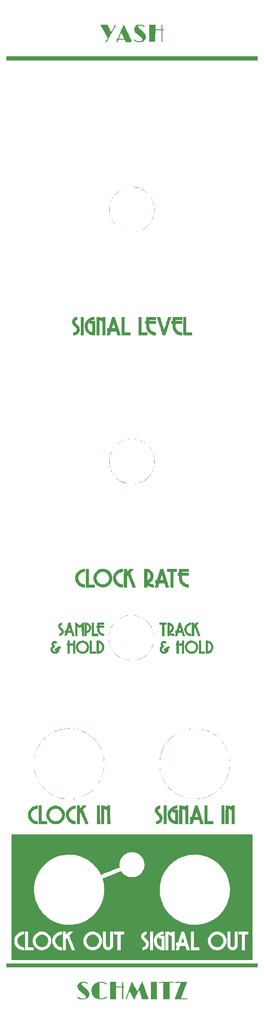
<source format=gto>
G04 #@! TF.GenerationSoftware,KiCad,Pcbnew,6.0.4-6f826c9f35~116~ubuntu20.04.1*
G04 #@! TF.CreationDate,2022-04-20T21:21:03-04:00*
G04 #@! TF.ProjectId,yash_panel,79617368-5f70-4616-9e65-6c2e6b696361,rev?*
G04 #@! TF.SameCoordinates,Original*
G04 #@! TF.FileFunction,Legend,Top*
G04 #@! TF.FilePolarity,Positive*
%FSLAX46Y46*%
G04 Gerber Fmt 4.6, Leading zero omitted, Abs format (unit mm)*
G04 Created by KiCad (PCBNEW 6.0.4-6f826c9f35~116~ubuntu20.04.1) date 2022-04-20 21:21:03*
%MOMM*%
%LPD*%
G01*
G04 APERTURE LIST*
G04 APERTURE END LIST*
G04 #@! TO.C,GRAF2*
G36*
X51524425Y-135796797D02*
G01*
X51092192Y-135796797D01*
X51092192Y-134169570D01*
X50456557Y-134169570D01*
X50456557Y-135796797D01*
X49998899Y-135796797D01*
X49998899Y-134169570D01*
X49846346Y-134169570D01*
X49846346Y-133711912D01*
X49997234Y-133711912D01*
X50011612Y-133139840D01*
X50443844Y-133139840D01*
X50458222Y-133711912D01*
X51092192Y-133711912D01*
X51092192Y-133127128D01*
X51524425Y-133127128D01*
X51524425Y-135796797D01*
G37*
G36*
X51720333Y-134076246D02*
G01*
X51789396Y-133906519D01*
X51921560Y-133686008D01*
X52082377Y-133503163D01*
X52266478Y-133358006D01*
X52468493Y-133250554D01*
X52683051Y-133180829D01*
X52904784Y-133148849D01*
X53128321Y-133154635D01*
X53348293Y-133198205D01*
X53559329Y-133279579D01*
X53756059Y-133398777D01*
X53933114Y-133555819D01*
X54085125Y-133750724D01*
X54168012Y-133897837D01*
X54262633Y-134143815D01*
X54307118Y-134389776D01*
X54302068Y-134632295D01*
X54248083Y-134867944D01*
X54145765Y-135093295D01*
X53995712Y-135304920D01*
X53904246Y-135403257D01*
X53703778Y-135568918D01*
X53484149Y-135690873D01*
X53250824Y-135767525D01*
X53009271Y-135797277D01*
X52764957Y-135778532D01*
X52681281Y-135760589D01*
X52436216Y-135673730D01*
X52216393Y-135543943D01*
X52025967Y-135374574D01*
X51869095Y-135168967D01*
X51805582Y-135055700D01*
X51708503Y-134810911D01*
X51661918Y-134564923D01*
X51664667Y-134393496D01*
X52094341Y-134393496D01*
X52103198Y-134599327D01*
X52119763Y-134679002D01*
X52192603Y-134872050D01*
X52302293Y-135037609D01*
X52442187Y-135172387D01*
X52605636Y-135273092D01*
X52785992Y-135336431D01*
X52976608Y-135359112D01*
X53170835Y-135337844D01*
X53336476Y-135281532D01*
X53520474Y-135169989D01*
X53674565Y-135020121D01*
X53791049Y-134839556D01*
X53856520Y-134651915D01*
X53875870Y-134457471D01*
X53851557Y-134264453D01*
X53786037Y-134081088D01*
X53681770Y-133915603D01*
X53541212Y-133776225D01*
X53455876Y-133717563D01*
X53315075Y-133643937D01*
X53183157Y-133602323D01*
X53039193Y-133587741D01*
X52922823Y-133590783D01*
X52727685Y-133620435D01*
X52559796Y-133687272D01*
X52406495Y-133796966D01*
X52355535Y-133844945D01*
X52221911Y-134011344D01*
X52134379Y-134195848D01*
X52094341Y-134393496D01*
X51664667Y-134393496D01*
X51665854Y-134319460D01*
X51720333Y-134076246D01*
G37*
G36*
X38981803Y-11872496D02*
G01*
X39081919Y-11632077D01*
X39174908Y-11410285D01*
X39259057Y-11211137D01*
X39332653Y-11038647D01*
X39393981Y-10896830D01*
X39441327Y-10789701D01*
X39472978Y-10721276D01*
X39487219Y-10695569D01*
X39487560Y-10695479D01*
X39500526Y-10718497D01*
X39532735Y-10783383D01*
X39582174Y-10885810D01*
X39646831Y-11021450D01*
X39724695Y-11185975D01*
X39813754Y-11375058D01*
X39911994Y-11584372D01*
X40017405Y-11809588D01*
X40127974Y-12046379D01*
X40241689Y-12290418D01*
X40356538Y-12537377D01*
X40470509Y-12782928D01*
X40581590Y-13022744D01*
X40687769Y-13252497D01*
X40787033Y-13467860D01*
X40877372Y-13664505D01*
X40956772Y-13838105D01*
X41023221Y-13984331D01*
X41074708Y-14098857D01*
X41109221Y-14177355D01*
X41124746Y-14215497D01*
X41125426Y-14218231D01*
X41101150Y-14223656D01*
X41032919Y-14228505D01*
X40927627Y-14232560D01*
X40792169Y-14235603D01*
X40633439Y-14237416D01*
X40505672Y-14237838D01*
X39885919Y-14237838D01*
X39782219Y-14021722D01*
X39678520Y-13805606D01*
X39117989Y-13800662D01*
X38949256Y-13799142D01*
X38793404Y-13797679D01*
X38659126Y-13796360D01*
X38555111Y-13795269D01*
X38490050Y-13794495D01*
X38477627Y-13794306D01*
X38438756Y-13796316D01*
X38409234Y-13809917D01*
X38381833Y-13844025D01*
X38349324Y-13907555D01*
X38305896Y-14006137D01*
X38246592Y-14130351D01*
X38193777Y-14208870D01*
X38143231Y-14245708D01*
X38090737Y-14244881D01*
X38066531Y-14233954D01*
X38033070Y-14200278D01*
X38028142Y-14147725D01*
X38052841Y-14069493D01*
X38108261Y-13958781D01*
X38111875Y-13952240D01*
X38200227Y-13792893D01*
X38119933Y-13765772D01*
X38035945Y-13722538D01*
X37997998Y-13671665D01*
X38004134Y-13622297D01*
X38052393Y-13583582D01*
X38140818Y-13564667D01*
X38163133Y-13564064D01*
X38283704Y-13564064D01*
X38284325Y-13562559D01*
X38490953Y-13562559D01*
X38491611Y-13577164D01*
X38509281Y-13588936D01*
X38548903Y-13598285D01*
X38615418Y-13605623D01*
X38713770Y-13611360D01*
X38848897Y-13615909D01*
X39025742Y-13619680D01*
X39212162Y-13622576D01*
X39368320Y-13623353D01*
X39477795Y-13620458D01*
X39544640Y-13613620D01*
X39572910Y-13602568D01*
X39574475Y-13598321D01*
X39564276Y-13565305D01*
X39535919Y-13495714D01*
X39492768Y-13396680D01*
X39438183Y-13275338D01*
X39375526Y-13138822D01*
X39308159Y-12994267D01*
X39239443Y-12848806D01*
X39172741Y-12709574D01*
X39111413Y-12583705D01*
X39058822Y-12478333D01*
X39018328Y-12400593D01*
X38993295Y-12357618D01*
X38986999Y-12351577D01*
X38974830Y-12377510D01*
X38946754Y-12443035D01*
X38905872Y-12540581D01*
X38855285Y-12662576D01*
X38798096Y-12801448D01*
X38737405Y-12949625D01*
X38676314Y-13099536D01*
X38617926Y-13243609D01*
X38565341Y-13374272D01*
X38521660Y-13483953D01*
X38490953Y-13562559D01*
X38284325Y-13562559D01*
X38876275Y-12127528D01*
X38981803Y-11872496D01*
G37*
G36*
X41086664Y-200899337D02*
G01*
X41121739Y-200958360D01*
X41175131Y-201053768D01*
X41244436Y-201181113D01*
X41327250Y-201335942D01*
X41421166Y-201513806D01*
X41523782Y-201710253D01*
X41604635Y-201866387D01*
X41712374Y-202074485D01*
X41813251Y-202267951D01*
X41904841Y-202442237D01*
X41984721Y-202592796D01*
X42050469Y-202715080D01*
X42099661Y-202804541D01*
X42129873Y-202856632D01*
X42138569Y-202868448D01*
X42153142Y-202846366D01*
X42188174Y-202783438D01*
X42241271Y-202684246D01*
X42310035Y-202553370D01*
X42392073Y-202395389D01*
X42484989Y-202214885D01*
X42586387Y-202016439D01*
X42663226Y-201865167D01*
X42782766Y-201630751D01*
X42890071Y-201423327D01*
X42983536Y-201245852D01*
X43061557Y-201101284D01*
X43122531Y-200992582D01*
X43164852Y-200922705D01*
X43186917Y-200894610D01*
X43189411Y-200894877D01*
X43200828Y-200924177D01*
X43227079Y-200996608D01*
X43266556Y-201107533D01*
X43317650Y-201252312D01*
X43378751Y-201426307D01*
X43448250Y-201624878D01*
X43524538Y-201843387D01*
X43606006Y-202077194D01*
X43691044Y-202321662D01*
X43778043Y-202572151D01*
X43865395Y-202824022D01*
X43951489Y-203072636D01*
X44034717Y-203313356D01*
X44113469Y-203541541D01*
X44186136Y-203752552D01*
X44251109Y-203941752D01*
X44306779Y-204104501D01*
X44351537Y-204236161D01*
X44383772Y-204332092D01*
X44401877Y-204387655D01*
X44405305Y-204399912D01*
X44381009Y-204405379D01*
X44312631Y-204410280D01*
X44206942Y-204414405D01*
X44070709Y-204417541D01*
X43910703Y-204419477D01*
X43762349Y-204420020D01*
X43119393Y-204420020D01*
X42830468Y-203523774D01*
X42764489Y-203319905D01*
X42702963Y-203131328D01*
X42647714Y-202963518D01*
X42600568Y-202821950D01*
X42563347Y-202712101D01*
X42537877Y-202639446D01*
X42525982Y-202609462D01*
X42525767Y-202609171D01*
X42511611Y-202626980D01*
X42478327Y-202685783D01*
X42428462Y-202780575D01*
X42364559Y-202906348D01*
X42289166Y-203058096D01*
X42204826Y-203230812D01*
X42118585Y-203410071D01*
X42024856Y-203606117D01*
X41935300Y-203793170D01*
X41852966Y-203964883D01*
X41780902Y-204114905D01*
X41722160Y-204236889D01*
X41679786Y-204324485D01*
X41659515Y-204365954D01*
X41591852Y-204502578D01*
X41112983Y-203646715D01*
X41006362Y-203457434D01*
X40907109Y-203283688D01*
X40817988Y-203130134D01*
X40741767Y-203001429D01*
X40681209Y-202902229D01*
X40639081Y-202837191D01*
X40618147Y-202810972D01*
X40616646Y-202810892D01*
X40604630Y-202839181D01*
X40578895Y-202909791D01*
X40541510Y-203016705D01*
X40494545Y-203153904D01*
X40440070Y-203315373D01*
X40380155Y-203495094D01*
X40351751Y-203580981D01*
X40289093Y-203769223D01*
X40229895Y-203943864D01*
X40176417Y-204098485D01*
X40130917Y-204226664D01*
X40095655Y-204321984D01*
X40072891Y-204378024D01*
X40067642Y-204388239D01*
X40016202Y-204432906D01*
X39953285Y-204443766D01*
X39898194Y-204419823D01*
X39881318Y-204397843D01*
X39868442Y-204348391D01*
X39877407Y-204281034D01*
X39910338Y-204187837D01*
X39969359Y-204060870D01*
X39974103Y-204051352D01*
X39995733Y-204000206D01*
X40031739Y-203905469D01*
X40080483Y-203771813D01*
X40140325Y-203603909D01*
X40209627Y-203406430D01*
X40286750Y-203184046D01*
X40370054Y-202941431D01*
X40457902Y-202683255D01*
X40548654Y-202414191D01*
X40553855Y-202398699D01*
X40642825Y-202134042D01*
X40727251Y-201883725D01*
X40805713Y-201651904D01*
X40876791Y-201442737D01*
X40939065Y-201260379D01*
X40991114Y-201108989D01*
X41031519Y-200992722D01*
X41058859Y-200915736D01*
X41071714Y-200882188D01*
X41072311Y-200881151D01*
X41086664Y-200899337D01*
G37*
G36*
X30004422Y-134054399D02*
G01*
X30103603Y-133832055D01*
X30247216Y-133626807D01*
X30276992Y-133593037D01*
X30470688Y-133415381D01*
X30683458Y-133282261D01*
X30909838Y-133193677D01*
X31144358Y-133149629D01*
X31381552Y-133150117D01*
X31615952Y-133195141D01*
X31842091Y-133284701D01*
X32054503Y-133418797D01*
X32243729Y-133593037D01*
X32393754Y-133792692D01*
X32499438Y-134009303D01*
X32561839Y-134236927D01*
X32582019Y-134469620D01*
X32561038Y-134701438D01*
X32499955Y-134926439D01*
X32399833Y-135138677D01*
X32261730Y-135332211D01*
X32086707Y-135501095D01*
X31878944Y-135637730D01*
X31644804Y-135734416D01*
X31396487Y-135784961D01*
X31143320Y-135788179D01*
X30945952Y-135756461D01*
X30726961Y-135679001D01*
X30516946Y-135557362D01*
X30331945Y-135402703D01*
X30168458Y-135207072D01*
X30048282Y-134991598D01*
X29971603Y-134762437D01*
X29938609Y-134525746D01*
X29940942Y-134474675D01*
X30383305Y-134474675D01*
X30385044Y-134594661D01*
X30392133Y-134680065D01*
X30407602Y-134747103D01*
X30434479Y-134811990D01*
X30453178Y-134848762D01*
X30576895Y-135037381D01*
X30727638Y-135183293D01*
X30906971Y-135287807D01*
X31029735Y-135331414D01*
X31178256Y-135354394D01*
X31345955Y-135350087D01*
X31510399Y-135320427D01*
X31623701Y-135280137D01*
X31806756Y-135169391D01*
X31953647Y-135023591D01*
X32048862Y-134877058D01*
X32122338Y-134687636D01*
X32151036Y-134486015D01*
X32134144Y-134284146D01*
X32097733Y-134156857D01*
X32020441Y-134009585D01*
X31907289Y-133868419D01*
X31771578Y-133746733D01*
X31626605Y-133657903D01*
X31583581Y-133639767D01*
X31397533Y-133593933D01*
X31199368Y-133586182D01*
X31008349Y-133616587D01*
X30943581Y-133637431D01*
X30797272Y-133713835D01*
X30655729Y-133826342D01*
X30533849Y-133961226D01*
X30454228Y-134088461D01*
X30419683Y-134164894D01*
X30398475Y-134233440D01*
X30387482Y-134311106D01*
X30383580Y-134414896D01*
X30383305Y-134474675D01*
X29940942Y-134474675D01*
X29949486Y-134287681D01*
X30004422Y-134054399D01*
G37*
G36*
X36503709Y-132194757D02*
G01*
X36570680Y-131741589D01*
X36684050Y-131295189D01*
X36843875Y-130859125D01*
X37050212Y-130436970D01*
X37247100Y-130114215D01*
X37531958Y-129732869D01*
X37852510Y-129386839D01*
X38206407Y-129077695D01*
X38591301Y-128807010D01*
X39004845Y-128576352D01*
X39444691Y-128387296D01*
X39908490Y-128241410D01*
X40121121Y-128190964D01*
X40218031Y-128171255D01*
X40306734Y-128156354D01*
X40396811Y-128145605D01*
X40497841Y-128138353D01*
X40619405Y-128133946D01*
X40771082Y-128131727D01*
X40962452Y-128131042D01*
X40998298Y-128131031D01*
X41197095Y-128131527D01*
X41354628Y-128133449D01*
X41480475Y-128137453D01*
X41584217Y-128144192D01*
X41675433Y-128154323D01*
X41763705Y-128168498D01*
X41858612Y-128187374D01*
X41875476Y-128190964D01*
X42354054Y-128317591D01*
X42804448Y-128486398D01*
X43227220Y-128697619D01*
X43501804Y-128867330D01*
X43882438Y-129151388D01*
X44224250Y-129465343D01*
X44526867Y-129805940D01*
X44789919Y-130169924D01*
X45013033Y-130554039D01*
X45195836Y-130955032D01*
X45337958Y-131369645D01*
X45439027Y-131794625D01*
X45498670Y-132226717D01*
X45516516Y-132662664D01*
X45492192Y-133099212D01*
X45425328Y-133533105D01*
X45315550Y-133961089D01*
X45162488Y-134379908D01*
X44965769Y-134786308D01*
X44725021Y-135177033D01*
X44439873Y-135548827D01*
X44284890Y-135721983D01*
X43946553Y-136045280D01*
X43576118Y-136331652D01*
X43178375Y-136578508D01*
X42758115Y-136783257D01*
X42320128Y-136943310D01*
X41869204Y-137056076D01*
X41791005Y-137070462D01*
X41614680Y-137095249D01*
X41409580Y-137114471D01*
X41190053Y-137127594D01*
X40970446Y-137134087D01*
X40765106Y-137133417D01*
X40588380Y-137125051D01*
X40515215Y-137117813D01*
X40034047Y-137034108D01*
X39571238Y-136904791D01*
X39129495Y-136731445D01*
X38711526Y-136515653D01*
X38320038Y-136258995D01*
X37957740Y-135963054D01*
X37627339Y-135629412D01*
X37331543Y-135259651D01*
X37329261Y-135256463D01*
X37073043Y-134855907D01*
X36862825Y-134437123D01*
X36698662Y-134003681D01*
X36580612Y-133559153D01*
X36508732Y-133107110D01*
X36493168Y-132830468D01*
X36517276Y-132830468D01*
X36560172Y-133277004D01*
X36649130Y-133723031D01*
X36785443Y-134165480D01*
X36955464Y-134570256D01*
X37172339Y-134967461D01*
X37433004Y-135344776D01*
X37732410Y-135696470D01*
X38065508Y-136016817D01*
X38427248Y-136300085D01*
X38557458Y-136387963D01*
X38967130Y-136624085D01*
X39396375Y-136815170D01*
X39840933Y-136960175D01*
X40296548Y-137058058D01*
X40758961Y-137107778D01*
X41223914Y-137108291D01*
X41434193Y-137092053D01*
X41910886Y-137018365D01*
X42371814Y-136896730D01*
X42814601Y-136728206D01*
X43236869Y-136513850D01*
X43636243Y-136254719D01*
X44010344Y-135951870D01*
X44022662Y-135940753D01*
X44340432Y-135619541D01*
X44626568Y-135262216D01*
X44877465Y-134875093D01*
X45089518Y-134464489D01*
X45259122Y-134036719D01*
X45382670Y-133598100D01*
X45396556Y-133533934D01*
X45466311Y-133076218D01*
X45487590Y-132612964D01*
X45461292Y-132149465D01*
X45388315Y-131691015D01*
X45269558Y-131242904D01*
X45105920Y-130810427D01*
X44898298Y-130398875D01*
X44850413Y-130317618D01*
X44580666Y-129919325D01*
X44275340Y-129556798D01*
X43936171Y-129231260D01*
X43564895Y-128943930D01*
X43163249Y-128696032D01*
X42732969Y-128488787D01*
X42275792Y-128323416D01*
X41862763Y-128215692D01*
X41769585Y-128196612D01*
X41683075Y-128182201D01*
X41593808Y-128171832D01*
X41492357Y-128164879D01*
X41369295Y-128160717D01*
X41215198Y-128158719D01*
X41020638Y-128158258D01*
X40998298Y-128158273D01*
X40749888Y-128160405D01*
X40540566Y-128167518D01*
X40358672Y-128181382D01*
X40192545Y-128203766D01*
X40030525Y-128236438D01*
X39860951Y-128281167D01*
X39672161Y-128339723D01*
X39563280Y-128375968D01*
X39124971Y-128549767D01*
X38715923Y-128762964D01*
X38337428Y-129012489D01*
X37990781Y-129295274D01*
X37677271Y-129608247D01*
X37398193Y-129948339D01*
X37154839Y-130312481D01*
X36948500Y-130697603D01*
X36780469Y-131100635D01*
X36652039Y-131518507D01*
X36564502Y-131948150D01*
X36519150Y-132386494D01*
X36517276Y-132830468D01*
X36493168Y-132830468D01*
X36483078Y-132651120D01*
X36503709Y-132194757D01*
G37*
G36*
X48891611Y-200984783D02*
G01*
X49062868Y-200986213D01*
X49199216Y-200988434D01*
X49296048Y-200991413D01*
X49348756Y-200995122D01*
X49356907Y-200997058D01*
X49386699Y-201042670D01*
X49370456Y-201099377D01*
X49348735Y-201125612D01*
X49323128Y-201142161D01*
X49279623Y-201153602D01*
X49210051Y-201160765D01*
X49106243Y-201164476D01*
X48960032Y-201165565D01*
X48954829Y-201165566D01*
X48600877Y-201165566D01*
X48594332Y-202786437D01*
X48587788Y-204407308D01*
X47971221Y-204414116D01*
X47354655Y-204420924D01*
X47354655Y-201165566D01*
X47132182Y-201165758D01*
X47005057Y-201169076D01*
X46873655Y-201177664D01*
X46763583Y-201189775D01*
X46750314Y-201191817D01*
X46623190Y-201203468D01*
X46539009Y-201189780D01*
X46496402Y-201150359D01*
X46490190Y-201116934D01*
X46490938Y-201092408D01*
X46495764Y-201071574D01*
X46508543Y-201054087D01*
X46533150Y-201039605D01*
X46573459Y-201027784D01*
X46633345Y-201018280D01*
X46716684Y-201010751D01*
X46827348Y-201004853D01*
X46969214Y-201000242D01*
X47146156Y-200996575D01*
X47362048Y-200993509D01*
X47620766Y-200990700D01*
X47926184Y-200987805D01*
X47949665Y-200987588D01*
X48214473Y-200985546D01*
X48462805Y-200984419D01*
X48690054Y-200984175D01*
X48891611Y-200984783D01*
G37*
G36*
X58333718Y-191601403D02*
G01*
X58403599Y-191617689D01*
X58643970Y-191712071D01*
X58857835Y-191846056D01*
X59039381Y-192015402D01*
X59150598Y-192162700D01*
X59258680Y-192375132D01*
X59320655Y-192597478D01*
X59338752Y-192823861D01*
X59315200Y-193048403D01*
X59252229Y-193265227D01*
X59152067Y-193468454D01*
X59016944Y-193652208D01*
X58849089Y-193810609D01*
X58650731Y-193937782D01*
X58445652Y-194021397D01*
X58240899Y-194063174D01*
X58022389Y-194070564D01*
X57810325Y-194043769D01*
X57702216Y-194014009D01*
X57474122Y-193911243D01*
X57273307Y-193770295D01*
X57104691Y-193596596D01*
X56973189Y-193395573D01*
X56883720Y-193172656D01*
X56862497Y-193086889D01*
X56843628Y-192927518D01*
X56845091Y-192748253D01*
X56865357Y-192570410D01*
X56902896Y-192415306D01*
X56912653Y-192388079D01*
X57015416Y-192186367D01*
X57158822Y-191999231D01*
X57332871Y-191836678D01*
X57527562Y-191708714D01*
X57646237Y-191654192D01*
X57800665Y-191611228D01*
X57980263Y-191587455D01*
X58164719Y-191583854D01*
X58333718Y-191601403D01*
G37*
G36*
X40121121Y-119497049D02*
G01*
X40395493Y-119192969D01*
X40669864Y-118888889D01*
X41062910Y-118888889D01*
X41197777Y-118889837D01*
X41312687Y-118892452D01*
X41398983Y-118896392D01*
X41448007Y-118901316D01*
X41455956Y-118904422D01*
X41439876Y-118927549D01*
X41395263Y-118982106D01*
X41327557Y-119061686D01*
X41242198Y-119159884D01*
X41159100Y-119254021D01*
X41058714Y-119366996D01*
X40966935Y-119470296D01*
X40890421Y-119556424D01*
X40835832Y-119617885D01*
X40812755Y-119643880D01*
X40802491Y-119653899D01*
X40793488Y-119662375D01*
X40786874Y-119672507D01*
X40783777Y-119687494D01*
X40785324Y-119710535D01*
X40792644Y-119744830D01*
X40806865Y-119793577D01*
X40829115Y-119859976D01*
X40860522Y-119947226D01*
X40902213Y-120058527D01*
X40955317Y-120197077D01*
X41020962Y-120366076D01*
X41100276Y-120568722D01*
X41194387Y-120808216D01*
X41304423Y-121087756D01*
X41431512Y-121410542D01*
X41471350Y-121511760D01*
X41557651Y-121731656D01*
X41637915Y-121937335D01*
X41710267Y-122123900D01*
X41772827Y-122286458D01*
X41823720Y-122420112D01*
X41861068Y-122519969D01*
X41882994Y-122581133D01*
X41888188Y-122598697D01*
X41863144Y-122612185D01*
X41787894Y-122621213D01*
X41662258Y-122625795D01*
X41574386Y-122626427D01*
X41260583Y-122626427D01*
X41011761Y-121997148D01*
X40927845Y-121784838D01*
X40834100Y-121547525D01*
X40737095Y-121301844D01*
X40643399Y-121064433D01*
X40559580Y-120851930D01*
X40534151Y-120787429D01*
X40305363Y-120206989D01*
X40108409Y-120399309D01*
X40108409Y-122626427D01*
X39815218Y-122626427D01*
X39675447Y-122624543D01*
X39581275Y-122618535D01*
X39527577Y-122607870D01*
X39509891Y-122594645D01*
X39507988Y-122564575D01*
X39506355Y-122487759D01*
X39505005Y-122368304D01*
X39503951Y-122210312D01*
X39503204Y-122017891D01*
X39502777Y-121795143D01*
X39502683Y-121546176D01*
X39502932Y-121275092D01*
X39503539Y-120985998D01*
X39504333Y-120732233D01*
X39510911Y-118901602D01*
X39808871Y-118894446D01*
X40106831Y-118887289D01*
X40121121Y-119497049D01*
G37*
G36*
X21661152Y-156570099D02*
G01*
X21772290Y-156005770D01*
X21928656Y-155454654D01*
X22129126Y-154919304D01*
X22372577Y-154402271D01*
X22657885Y-153906106D01*
X22983925Y-153433363D01*
X23349574Y-152986593D01*
X23753707Y-152568348D01*
X24195200Y-152181180D01*
X24672930Y-151827641D01*
X24865866Y-151701296D01*
X25010648Y-151615172D01*
X25189625Y-151517085D01*
X25389932Y-151413374D01*
X25598705Y-151310381D01*
X25803079Y-151214445D01*
X25990191Y-151131907D01*
X26147175Y-151069107D01*
X26152613Y-151067107D01*
X26727571Y-150883240D01*
X27311061Y-150749311D01*
X27901226Y-150665499D01*
X28496208Y-150631982D01*
X29094150Y-150648940D01*
X29693194Y-150716550D01*
X29732365Y-150722741D01*
X30309523Y-150840913D01*
X30870321Y-151006289D01*
X31412405Y-151217186D01*
X31933419Y-151471925D01*
X32431011Y-151768825D01*
X32902825Y-152106205D01*
X33346508Y-152482384D01*
X33759704Y-152895680D01*
X34140061Y-153344415D01*
X34485223Y-153826905D01*
X34787643Y-154331932D01*
X34990138Y-154742375D01*
X35171193Y-155188669D01*
X35326878Y-155658924D01*
X35453267Y-156141251D01*
X35546430Y-156623762D01*
X35547865Y-156632933D01*
X35567546Y-156798103D01*
X35582445Y-157002968D01*
X35592564Y-157236597D01*
X35597904Y-157488059D01*
X35598467Y-157746425D01*
X35594253Y-158000762D01*
X35585263Y-158240140D01*
X35571499Y-158453630D01*
X35552962Y-158630299D01*
X35547654Y-158666967D01*
X35430933Y-159259265D01*
X35268566Y-159831617D01*
X35062332Y-160382071D01*
X34814008Y-160908677D01*
X34525373Y-161409484D01*
X34198204Y-161882541D01*
X33834279Y-162325898D01*
X33435376Y-162737603D01*
X33003274Y-163115706D01*
X32539749Y-163458256D01*
X32046580Y-163763302D01*
X31525544Y-164028894D01*
X30978420Y-164253080D01*
X30406985Y-164433910D01*
X30256056Y-164473233D01*
X29911811Y-164546832D01*
X29538750Y-164604891D01*
X29153427Y-164645843D01*
X28772400Y-164668122D01*
X28412222Y-164670162D01*
X28247448Y-164663244D01*
X27683238Y-164610133D01*
X27146729Y-164519369D01*
X26629045Y-164388625D01*
X26121309Y-164215573D01*
X25614646Y-163997887D01*
X25501502Y-163943312D01*
X25118228Y-163743349D01*
X24770912Y-163536183D01*
X24447399Y-163313086D01*
X24135537Y-163065331D01*
X23823174Y-162784191D01*
X23643966Y-162609382D01*
X23230300Y-162161776D01*
X22862369Y-161692070D01*
X22540263Y-161200431D01*
X22264071Y-160687026D01*
X22033879Y-160152023D01*
X21849776Y-159595588D01*
X21711852Y-159017890D01*
X21691371Y-158908509D01*
X21610353Y-158316846D01*
X21579060Y-157728189D01*
X21579935Y-157698707D01*
X21612934Y-157698707D01*
X21617187Y-157963587D01*
X21627680Y-158212850D01*
X21644412Y-158433278D01*
X21658318Y-158552553D01*
X21765648Y-159147798D01*
X21919989Y-159725567D01*
X22120354Y-160283857D01*
X22365755Y-160820668D01*
X22655205Y-161333996D01*
X22987717Y-161821839D01*
X23362304Y-162282194D01*
X23645446Y-162583430D01*
X24083736Y-162987821D01*
X24551057Y-163350940D01*
X25045324Y-163671735D01*
X25564454Y-163949155D01*
X26106363Y-164182148D01*
X26668966Y-164369663D01*
X27250179Y-164510647D01*
X27579102Y-164568290D01*
X27878513Y-164603408D01*
X28211654Y-164624578D01*
X28563378Y-164631899D01*
X28918543Y-164625469D01*
X29262004Y-164605384D01*
X29578617Y-164571744D01*
X29693517Y-164554650D01*
X30282892Y-164433350D01*
X30854010Y-164265269D01*
X31404784Y-164051573D01*
X31933132Y-163793427D01*
X32436967Y-163491998D01*
X32914204Y-163148450D01*
X33362760Y-162763950D01*
X33780550Y-162339664D01*
X33902749Y-162201102D01*
X34270153Y-161735201D01*
X34593898Y-161244729D01*
X34873298Y-160732298D01*
X35107670Y-160200521D01*
X35296327Y-159652010D01*
X35438585Y-159089380D01*
X35533760Y-158515242D01*
X35581165Y-157932211D01*
X35580116Y-157342899D01*
X35529929Y-156749919D01*
X35454941Y-156279831D01*
X35321703Y-155722280D01*
X35140780Y-155178107D01*
X34914277Y-154650368D01*
X34644301Y-154142116D01*
X34332957Y-153656406D01*
X33982350Y-153196293D01*
X33594588Y-152764831D01*
X33171777Y-152365074D01*
X32716021Y-152000077D01*
X32315516Y-151726527D01*
X32157008Y-151632318D01*
X31964136Y-151527376D01*
X31749688Y-151417873D01*
X31526456Y-151309977D01*
X31307229Y-151209860D01*
X31104797Y-151123691D01*
X30931950Y-151057640D01*
X30921341Y-151053948D01*
X30382595Y-150890372D01*
X29841766Y-150772054D01*
X29291757Y-150698000D01*
X28725475Y-150667215D01*
X28216943Y-150674725D01*
X27640520Y-150725622D01*
X27072103Y-150825780D01*
X26514710Y-150973856D01*
X25971359Y-151168507D01*
X25445067Y-151408389D01*
X24938852Y-151692159D01*
X24455731Y-152018471D01*
X23998722Y-152385984D01*
X23657992Y-152704705D01*
X23252672Y-153145189D01*
X22889148Y-153614073D01*
X22568323Y-154109532D01*
X22291099Y-154629741D01*
X22058380Y-155172875D01*
X21871067Y-155737110D01*
X21730063Y-156320620D01*
X21658318Y-156747348D01*
X21637612Y-156942530D01*
X21623147Y-157174961D01*
X21614921Y-157431426D01*
X21612934Y-157698707D01*
X21579935Y-157698707D01*
X21596368Y-157145090D01*
X21661152Y-156570099D01*
G37*
G36*
X54658108Y-133132456D02*
G01*
X54867868Y-133139840D01*
X54874492Y-134252203D01*
X54881115Y-135364565D01*
X55668769Y-135364565D01*
X55668769Y-135796797D01*
X54448348Y-135796797D01*
X54448348Y-133125071D01*
X54658108Y-133132456D01*
G37*
G36*
X34305055Y-133137330D02*
G01*
X34579693Y-133180861D01*
X34827594Y-133266090D01*
X35046578Y-133391586D01*
X35234464Y-133555916D01*
X35389070Y-133757649D01*
X35466779Y-133899875D01*
X35558452Y-134147321D01*
X35599712Y-134395774D01*
X35590860Y-134642488D01*
X35532195Y-134884717D01*
X35424016Y-135119717D01*
X35315827Y-135282647D01*
X35143453Y-135471493D01*
X34944448Y-135617050D01*
X34719108Y-135719166D01*
X34467731Y-135777687D01*
X34330481Y-135790651D01*
X34082583Y-135803596D01*
X34082583Y-134699945D01*
X34514612Y-134699945D01*
X34514805Y-134893063D01*
X34516597Y-135043870D01*
X34521192Y-135156634D01*
X34529793Y-135235622D01*
X34543604Y-135285099D01*
X34563828Y-135309334D01*
X34591668Y-135312593D01*
X34628327Y-135299143D01*
X34675010Y-135273251D01*
X34732919Y-135239184D01*
X34734273Y-135238407D01*
X34900117Y-135115904D01*
X35026229Y-134962341D01*
X35111506Y-134779726D01*
X35154846Y-134570067D01*
X35160421Y-134461962D01*
X35157828Y-134343683D01*
X35145342Y-134253529D01*
X35118606Y-134169078D01*
X35091237Y-134106006D01*
X34987404Y-133932015D01*
X34853126Y-133786429D01*
X34697050Y-133677267D01*
X34572022Y-133624472D01*
X34514815Y-133606784D01*
X34514815Y-134460249D01*
X34514612Y-134699945D01*
X34082583Y-134699945D01*
X34082583Y-133120135D01*
X34305055Y-133137330D01*
G37*
G36*
X27166867Y-130044152D02*
G01*
X27067485Y-130060044D01*
X26965389Y-130097134D01*
X26889253Y-130165303D01*
X26848049Y-130253665D01*
X26845822Y-130328924D01*
X26859106Y-130374081D01*
X26888374Y-130424341D01*
X26939470Y-130486994D01*
X27018239Y-130569327D01*
X27111974Y-130660861D01*
X27252459Y-130801238D01*
X27356692Y-130920674D01*
X27429570Y-131028105D01*
X27475991Y-131132465D01*
X27500852Y-131242689D01*
X27509050Y-131367712D01*
X27509147Y-131385486D01*
X27505895Y-131502887D01*
X27493231Y-131591139D01*
X27466836Y-131671689D01*
X27439359Y-131731943D01*
X27333093Y-131896021D01*
X27189797Y-132038504D01*
X27020500Y-132151616D01*
X26836235Y-132227586D01*
X26696572Y-132255337D01*
X26556657Y-132269777D01*
X26556657Y-131836930D01*
X26661027Y-131820240D01*
X26801349Y-131781586D01*
X26915739Y-131709642D01*
X26983861Y-131641583D01*
X27056698Y-131527990D01*
X27084046Y-131409178D01*
X27063983Y-131293696D01*
X27062690Y-131290522D01*
X27033168Y-131242947D01*
X26975327Y-131168354D01*
X26896674Y-131075809D01*
X26804721Y-130974380D01*
X26773066Y-130940848D01*
X26676708Y-130836340D01*
X26589701Y-130735545D01*
X26520110Y-130648264D01*
X26476001Y-130584300D01*
X26469062Y-130571374D01*
X26415086Y-130401993D01*
X26409674Y-130230219D01*
X26451687Y-130064214D01*
X26539987Y-129912138D01*
X26565363Y-129881530D01*
X26664955Y-129790374D01*
X26787083Y-129710971D01*
X26915633Y-129651696D01*
X27034489Y-129620926D01*
X27071522Y-129618439D01*
X27166867Y-129618419D01*
X27166867Y-130044152D01*
G37*
G36*
X48015716Y-169663464D02*
G01*
X47405176Y-169663464D01*
X47411697Y-167801051D01*
X47418218Y-165938639D01*
X48015716Y-165924313D01*
X48015716Y-169663464D01*
G37*
G36*
X42939757Y-10783161D02*
G01*
X43155847Y-10826478D01*
X43350595Y-10894238D01*
X43502703Y-10978116D01*
X43577602Y-11046044D01*
X43612746Y-11113670D01*
X43605526Y-11173307D01*
X43578922Y-11202685D01*
X43538528Y-11221062D01*
X43490874Y-11214848D01*
X43425112Y-11180603D01*
X43352315Y-11130811D01*
X43238919Y-11066146D01*
X43101520Y-11013819D01*
X42951655Y-10975537D01*
X42800861Y-10953006D01*
X42660675Y-10947933D01*
X42542634Y-10962026D01*
X42458275Y-10996991D01*
X42456525Y-10998275D01*
X42385760Y-11075241D01*
X42362454Y-11166644D01*
X42386144Y-11275248D01*
X42403490Y-11313914D01*
X42441442Y-11374060D01*
X42503019Y-11445733D01*
X42593325Y-11534108D01*
X42717460Y-11644362D01*
X42790791Y-11706769D01*
X42931033Y-11827969D01*
X43085593Y-11966558D01*
X43238007Y-12107482D01*
X43371808Y-12235683D01*
X43403076Y-12266631D01*
X43521865Y-12387713D01*
X43610781Y-12485267D01*
X43677939Y-12569573D01*
X43731453Y-12650907D01*
X43779439Y-12739548D01*
X43784457Y-12749635D01*
X43831408Y-12847725D01*
X43860696Y-12923005D01*
X43876472Y-12993987D01*
X43882885Y-13079182D01*
X43884084Y-13194077D01*
X43882496Y-13313826D01*
X43875301Y-13400982D01*
X43858856Y-13473766D01*
X43829516Y-13550397D01*
X43799907Y-13614915D01*
X43681331Y-13808241D01*
X43525088Y-13969019D01*
X43333602Y-14095982D01*
X43109296Y-14187859D01*
X42854596Y-14243385D01*
X42571927Y-14261290D01*
X42564251Y-14261242D01*
X42431629Y-14256520D01*
X42296248Y-14245628D01*
X42180273Y-14230553D01*
X42142865Y-14223491D01*
X41958535Y-14174245D01*
X41795679Y-14112639D01*
X41659571Y-14042168D01*
X41555482Y-13966327D01*
X41488687Y-13888609D01*
X41464456Y-13812510D01*
X41469596Y-13777259D01*
X41504594Y-13737291D01*
X41566679Y-13731014D01*
X41645967Y-13757203D01*
X41725783Y-13809053D01*
X41878231Y-13909842D01*
X42053177Y-13988703D01*
X42241710Y-14044856D01*
X42434921Y-14077518D01*
X42623900Y-14085909D01*
X42799737Y-14069247D01*
X42953522Y-14026751D01*
X43076346Y-13957639D01*
X43107228Y-13930202D01*
X43156989Y-13871150D01*
X43179690Y-13810391D01*
X43184885Y-13728259D01*
X43182591Y-13674530D01*
X43173152Y-13625023D01*
X43152731Y-13575586D01*
X43117493Y-13522064D01*
X43063602Y-13460304D01*
X42987222Y-13386153D01*
X42884517Y-13295457D01*
X42751652Y-13184063D01*
X42584789Y-13047818D01*
X42472973Y-12957429D01*
X42248266Y-12772409D01*
X42062712Y-12610254D01*
X41912757Y-12466222D01*
X41794851Y-12335571D01*
X41705439Y-12213561D01*
X41640970Y-12095448D01*
X41597892Y-11976493D01*
X41572651Y-11851953D01*
X41562785Y-11742598D01*
X41563929Y-11559289D01*
X41590727Y-11408799D01*
X41647343Y-11277860D01*
X41737938Y-11153206D01*
X41753084Y-11136040D01*
X41889033Y-11006690D01*
X42039394Y-10909370D01*
X42214438Y-10839162D01*
X42424438Y-10791149D01*
X42496408Y-10780253D01*
X42715540Y-10766887D01*
X42939757Y-10783161D01*
G37*
G36*
X43057758Y-71953554D02*
G01*
X44176477Y-71953554D01*
X44176477Y-72563764D01*
X42447548Y-72563764D01*
X42447548Y-68851652D01*
X43057758Y-68851652D01*
X43057758Y-71953554D01*
G37*
G36*
X50075175Y-119499099D02*
G01*
X49388689Y-119499099D01*
X49388689Y-122626427D01*
X49100534Y-122626427D01*
X48984213Y-122625013D01*
X48887229Y-122621174D01*
X48820499Y-122615519D01*
X48795429Y-122609477D01*
X48792409Y-122581699D01*
X48789561Y-122507500D01*
X48786934Y-122391306D01*
X48784574Y-122237546D01*
X48782531Y-122050649D01*
X48780852Y-121835043D01*
X48779585Y-121595155D01*
X48778778Y-121335415D01*
X48778479Y-121060251D01*
X48778479Y-119499099D01*
X48091992Y-119499099D01*
X48091992Y-118888889D01*
X50075175Y-118888889D01*
X50075175Y-119499099D01*
G37*
G36*
X51241192Y-192215364D02*
G01*
X51263185Y-192275313D01*
X51294579Y-192366290D01*
X51332521Y-192479532D01*
X51374158Y-192606275D01*
X51416636Y-192737755D01*
X51457100Y-192865210D01*
X51492698Y-192979876D01*
X51520576Y-193072990D01*
X51537879Y-193135788D01*
X51538297Y-193137488D01*
X51555363Y-193207408D01*
X51234788Y-193207408D01*
X51113832Y-193206241D01*
X51013760Y-193203055D01*
X50944159Y-193198318D01*
X50914614Y-193192500D01*
X50914214Y-193191715D01*
X50921560Y-193162804D01*
X50941710Y-193094862D01*
X50971829Y-192996787D01*
X51009085Y-192877480D01*
X51050646Y-192745839D01*
X51093677Y-192610763D01*
X51135346Y-192481152D01*
X51172820Y-192365905D01*
X51203265Y-192273921D01*
X51223849Y-192214099D01*
X51231455Y-192195206D01*
X51241192Y-192215364D01*
G37*
G36*
X36615646Y-70708038D02*
G01*
X36657879Y-70572855D01*
X36709965Y-70405899D01*
X36769290Y-70215564D01*
X36833235Y-70010244D01*
X36899185Y-69798332D01*
X36934893Y-69683523D01*
X37194072Y-68850029D01*
X37730560Y-68864365D01*
X38881974Y-72551051D01*
X38587712Y-72558257D01*
X38468846Y-72560245D01*
X38367952Y-72560210D01*
X38296309Y-72558269D01*
X38266011Y-72554933D01*
X38249767Y-72528266D01*
X38222116Y-72461077D01*
X38186080Y-72361605D01*
X38144679Y-72238087D01*
X38111978Y-72134799D01*
X37985386Y-71725196D01*
X37462480Y-71724961D01*
X36939574Y-71724725D01*
X36806906Y-72144245D01*
X36674238Y-72563764D01*
X36357289Y-72563764D01*
X36237069Y-72562579D01*
X36137788Y-72559342D01*
X36069086Y-72554534D01*
X36040605Y-72548635D01*
X36040340Y-72547988D01*
X36047712Y-72519365D01*
X36067971Y-72451449D01*
X36098330Y-72353322D01*
X36136005Y-72234066D01*
X36151474Y-72185676D01*
X36192905Y-72056350D01*
X36229954Y-71940451D01*
X36259253Y-71848535D01*
X36277432Y-71791158D01*
X36280315Y-71781932D01*
X36286525Y-71742041D01*
X36262589Y-71726785D01*
X36220032Y-71724725D01*
X36142042Y-71724725D01*
X36142042Y-71089089D01*
X36496056Y-71089089D01*
X36506217Y-71056735D01*
X37140609Y-71056735D01*
X37146403Y-71070407D01*
X37180149Y-71079855D01*
X37247985Y-71085695D01*
X37356049Y-71088544D01*
X37462945Y-71089089D01*
X37585561Y-71087740D01*
X37686346Y-71084043D01*
X37756319Y-71078527D01*
X37786502Y-71071722D01*
X37786866Y-71070020D01*
X37776291Y-71040837D01*
X37753252Y-70970853D01*
X37720247Y-70867868D01*
X37679774Y-70739681D01*
X37634330Y-70594092D01*
X37630137Y-70580581D01*
X37584040Y-70433797D01*
X37542130Y-70303774D01*
X37507008Y-70198312D01*
X37481276Y-70125212D01*
X37467538Y-70092274D01*
X37466995Y-70091563D01*
X37454570Y-70108778D01*
X37430013Y-70167691D01*
X37395858Y-70261309D01*
X37354639Y-70382640D01*
X37308889Y-70524690D01*
X37301388Y-70548648D01*
X37254915Y-70697300D01*
X37213111Y-70830324D01*
X37178515Y-70939695D01*
X37153668Y-71017391D01*
X37141108Y-71055385D01*
X37140609Y-71056735D01*
X36506217Y-71056735D01*
X36585885Y-70803053D01*
X36615646Y-70708038D01*
G37*
G36*
X48441592Y-129622781D02*
G01*
X48576084Y-129629649D01*
X48675372Y-129640693D01*
X48755090Y-129658815D01*
X48830869Y-129686917D01*
X48861905Y-129700827D01*
X49037485Y-129807199D01*
X49197089Y-129951815D01*
X49328388Y-130122199D01*
X49390254Y-130235485D01*
X49433879Y-130336110D01*
X49459400Y-130417831D01*
X49471450Y-130502600D01*
X49474661Y-130612367D01*
X49474661Y-130635436D01*
X49456867Y-130848818D01*
X49401709Y-131035929D01*
X49304913Y-131209107D01*
X49251500Y-131279809D01*
X49173458Y-131364029D01*
X49078958Y-131448702D01*
X48982586Y-131522105D01*
X48898931Y-131572513D01*
X48874420Y-131582885D01*
X48864523Y-131603093D01*
X48892992Y-131637267D01*
X48951509Y-131679208D01*
X49031759Y-131722717D01*
X49103178Y-131753405D01*
X49211304Y-131787382D01*
X49329710Y-131813989D01*
X49376501Y-131821058D01*
X49515816Y-131837432D01*
X49515816Y-132262663D01*
X49394031Y-132262663D01*
X49297088Y-132255695D01*
X49184839Y-132237921D01*
X49126888Y-132224802D01*
X49035524Y-132195955D01*
X48932590Y-132155764D01*
X48830949Y-132110230D01*
X48743461Y-132065357D01*
X48682989Y-132027146D01*
X48664416Y-132008978D01*
X48635579Y-131981844D01*
X48614343Y-132002134D01*
X48602442Y-132066758D01*
X48600501Y-132122823D01*
X48600501Y-132262663D01*
X48168268Y-132262663D01*
X48168268Y-131223647D01*
X48600501Y-131223647D01*
X48657708Y-131205886D01*
X48720350Y-131178089D01*
X48782831Y-131140304D01*
X48905240Y-131025979D01*
X48992078Y-130885537D01*
X49038887Y-130729787D01*
X49041209Y-130569540D01*
X49034393Y-130530398D01*
X49002905Y-130431149D01*
X48956455Y-130334223D01*
X48937069Y-130303916D01*
X48877219Y-130235358D01*
X48801197Y-130168194D01*
X48723151Y-130113044D01*
X48657230Y-130080528D01*
X48633549Y-130076076D01*
X48622471Y-130086077D01*
X48614022Y-130119537D01*
X48607903Y-130181646D01*
X48603816Y-130277593D01*
X48601462Y-130412565D01*
X48600542Y-130591753D01*
X48600501Y-130649862D01*
X48600501Y-131223647D01*
X48168268Y-131223647D01*
X48168268Y-129612793D01*
X48441592Y-129622781D01*
G37*
G36*
X31556730Y-129490527D02*
G01*
X31558616Y-129561448D01*
X31560344Y-129674040D01*
X31561880Y-129823713D01*
X31563188Y-130005878D01*
X31564233Y-130215943D01*
X31564980Y-130449320D01*
X31565393Y-130701418D01*
X31565466Y-130864265D01*
X31565466Y-132262663D01*
X31133845Y-132262663D01*
X31120521Y-130348283D01*
X30929830Y-130499457D01*
X30844185Y-130566827D01*
X30771922Y-130622701D01*
X30723413Y-130659107D01*
X30710746Y-130667865D01*
X30680354Y-130660126D01*
X30620246Y-130625766D01*
X30539826Y-130570654D01*
X30469204Y-130517159D01*
X30256056Y-130349218D01*
X30249394Y-131305940D01*
X30242732Y-132262663D01*
X29811111Y-132262663D01*
X29811111Y-130864265D01*
X29811331Y-130602907D01*
X29811963Y-130357440D01*
X29812967Y-130132452D01*
X29814302Y-129932534D01*
X29815926Y-129762277D01*
X29817799Y-129626269D01*
X29819880Y-129529100D01*
X29822128Y-129475361D01*
X29823580Y-129465866D01*
X29846372Y-129480884D01*
X29902978Y-129522859D01*
X29987356Y-129587170D01*
X30093459Y-129669199D01*
X30215244Y-129764325D01*
X30256056Y-129796397D01*
X30381540Y-129894703D01*
X30493251Y-129981374D01*
X30585146Y-130051788D01*
X30651180Y-130101328D01*
X30685310Y-130125372D01*
X30688492Y-130126927D01*
X30711296Y-130111942D01*
X30767970Y-130070056D01*
X30852470Y-130005873D01*
X30958751Y-129923997D01*
X31080769Y-129829031D01*
X31122449Y-129796397D01*
X31248141Y-129698220D01*
X31359918Y-129611641D01*
X31451761Y-129541259D01*
X31517656Y-129491676D01*
X31551585Y-129467490D01*
X31554722Y-129465866D01*
X31556730Y-129490527D01*
G37*
G36*
X28120978Y-130761565D02*
G01*
X28173131Y-130594259D01*
X28230427Y-130409908D01*
X28287961Y-130224288D01*
X28327881Y-130095146D01*
X28475033Y-129618419D01*
X28861229Y-129618419D01*
X29262752Y-130907771D01*
X29339525Y-131154163D01*
X29411951Y-131386332D01*
X29478584Y-131599665D01*
X29537980Y-131789550D01*
X29588694Y-131951373D01*
X29629282Y-132080523D01*
X29658297Y-132172386D01*
X29674297Y-132222350D01*
X29676849Y-132229893D01*
X29671321Y-132246030D01*
X29635142Y-132256171D01*
X29561353Y-132261362D01*
X29458435Y-132262663D01*
X29227445Y-132262663D01*
X29133177Y-131957558D01*
X29038910Y-131652453D01*
X28676461Y-131652453D01*
X28545835Y-131653969D01*
X28434100Y-131658135D01*
X28350745Y-131664378D01*
X28305256Y-131672121D01*
X28299931Y-131675236D01*
X28287080Y-131707441D01*
X28262912Y-131777508D01*
X28231040Y-131874687D01*
X28199525Y-131973985D01*
X28113199Y-132249950D01*
X27878473Y-132257302D01*
X27764997Y-132259362D01*
X27694966Y-132256369D01*
X27661149Y-132247490D01*
X27656317Y-132231895D01*
X27656367Y-132231762D01*
X27676119Y-132175770D01*
X27703784Y-132091703D01*
X27735556Y-131991857D01*
X27767627Y-131888530D01*
X27796190Y-131794017D01*
X27817440Y-131720617D01*
X27827570Y-131680625D01*
X27827928Y-131677574D01*
X27806630Y-131657163D01*
X27777077Y-131652453D01*
X27752352Y-131648431D01*
X27737249Y-131629737D01*
X27729430Y-131586428D01*
X27726553Y-131508560D01*
X27726226Y-131436337D01*
X27726226Y-131220221D01*
X27977019Y-131220221D01*
X27987005Y-131188439D01*
X28443473Y-131188439D01*
X28451460Y-131204276D01*
X28492616Y-131214223D01*
X28573320Y-131219199D01*
X28664247Y-131220221D01*
X28765673Y-131218659D01*
X28844523Y-131214472D01*
X28889517Y-131208409D01*
X28895796Y-131204860D01*
X28888442Y-131170651D01*
X28868657Y-131101209D01*
X28839854Y-131007008D01*
X28805447Y-130898520D01*
X28768848Y-130786219D01*
X28733473Y-130680580D01*
X28702733Y-130592075D01*
X28680044Y-130531177D01*
X28668818Y-130508362D01*
X28668791Y-130508361D01*
X28656384Y-130531253D01*
X28632588Y-130593927D01*
X28600565Y-130687437D01*
X28563474Y-130802839D01*
X28554251Y-130832535D01*
X28516337Y-130955192D01*
X28483325Y-131061569D01*
X28458362Y-131141558D01*
X28444593Y-131185048D01*
X28443473Y-131188439D01*
X27987005Y-131188439D01*
X28078873Y-130896046D01*
X28120978Y-130761565D01*
G37*
G36*
X52388889Y-119499099D02*
G01*
X51092192Y-119499099D01*
X51092192Y-119702503D01*
X52414314Y-119702503D01*
X52414314Y-120312713D01*
X51092192Y-120312713D01*
X51092192Y-120628266D01*
X51098097Y-120832715D01*
X51117853Y-120999938D01*
X51154520Y-121142401D01*
X51211158Y-121272573D01*
X51277532Y-121383230D01*
X51442795Y-121587250D01*
X51639983Y-121752818D01*
X51865262Y-121877637D01*
X52114799Y-121959409D01*
X52287187Y-121988281D01*
X52427027Y-122003504D01*
X52427027Y-122613714D01*
X52338038Y-122617311D01*
X52260052Y-122615870D01*
X52161150Y-122608176D01*
X52109209Y-122602088D01*
X51810842Y-122537119D01*
X51531806Y-122426863D01*
X51275813Y-122274425D01*
X51046576Y-122082910D01*
X50847806Y-121855424D01*
X50683216Y-121595072D01*
X50556518Y-121304958D01*
X50555654Y-121302490D01*
X50532042Y-121225739D01*
X50514532Y-121143553D01*
X50501736Y-121044893D01*
X50492266Y-120918720D01*
X50484734Y-120753996D01*
X50483934Y-120732233D01*
X50469269Y-120325426D01*
X50361211Y-120317608D01*
X50253153Y-120309789D01*
X50253153Y-119702503D01*
X50481982Y-119702503D01*
X50481982Y-118888889D01*
X52388889Y-118888889D01*
X52388889Y-119499099D01*
G37*
G36*
X46788353Y-118927027D02*
G01*
X47335389Y-118927027D01*
X47903759Y-120744945D01*
X47995303Y-121038146D01*
X48082298Y-121317553D01*
X48163563Y-121579324D01*
X48237916Y-121819617D01*
X48304177Y-122034590D01*
X48361162Y-122220401D01*
X48407693Y-122373208D01*
X48442586Y-122489170D01*
X48464661Y-122564444D01*
X48472736Y-122595188D01*
X48472751Y-122595428D01*
X48461221Y-122609490D01*
X48421622Y-122618280D01*
X48347407Y-122622335D01*
X48232030Y-122622191D01*
X48162926Y-122620853D01*
X47852479Y-122613714D01*
X47820604Y-122524725D01*
X47801203Y-122467479D01*
X47770648Y-122373745D01*
X47732832Y-122255606D01*
X47691648Y-122125148D01*
X47683415Y-122098849D01*
X47578101Y-121761962D01*
X46545096Y-121761962D01*
X46427776Y-122136987D01*
X46376984Y-122302242D01*
X46338440Y-122425885D01*
X46306414Y-122513873D01*
X46275175Y-122572161D01*
X46238991Y-122606705D01*
X46192133Y-122623459D01*
X46128869Y-122628380D01*
X46043469Y-122627423D01*
X45956801Y-122626427D01*
X45827213Y-122625753D01*
X45740224Y-122622929D01*
X45687594Y-122616751D01*
X45661081Y-122606017D01*
X45652441Y-122589521D01*
X45652120Y-122581932D01*
X45660064Y-122543290D01*
X45681347Y-122465847D01*
X45713192Y-122359033D01*
X45752828Y-122232278D01*
X45777407Y-122156056D01*
X45901724Y-121774675D01*
X45827289Y-121766708D01*
X45752853Y-121758741D01*
X45752853Y-121154076D01*
X45924475Y-121146557D01*
X46096096Y-121139039D01*
X46102064Y-121119970D01*
X46744811Y-121119970D01*
X46758576Y-121134058D01*
X46804086Y-121143645D01*
X46887092Y-121149309D01*
X47013346Y-121151624D01*
X47062262Y-121151752D01*
X47182724Y-121150322D01*
X47282323Y-121146419D01*
X47351412Y-121140619D01*
X47380338Y-121133501D01*
X47380654Y-121132683D01*
X47373530Y-121103740D01*
X47353298Y-121033777D01*
X47322207Y-120930255D01*
X47282504Y-120800630D01*
X47236437Y-120652361D01*
X47222214Y-120606960D01*
X47063201Y-120100306D01*
X46904189Y-120594247D01*
X46856005Y-120745366D01*
X46813654Y-120880956D01*
X46779495Y-120993233D01*
X46755889Y-121074412D01*
X46745196Y-121116708D01*
X46744811Y-121119970D01*
X46102064Y-121119970D01*
X46442225Y-120033033D01*
X46788353Y-118927027D01*
G37*
G36*
X47663880Y-133265704D02*
G01*
X47813739Y-133338341D01*
X47922134Y-133427439D01*
X47992268Y-133500643D01*
X47857796Y-133614434D01*
X47769649Y-133688052D01*
X47710351Y-133732140D01*
X47670109Y-133750221D01*
X47639127Y-133745819D01*
X47607614Y-133722459D01*
X47593619Y-133709491D01*
X47510125Y-133659248D01*
X47421654Y-133650026D01*
X47340415Y-133677253D01*
X47278615Y-133736354D01*
X47248462Y-133822755D01*
X47247378Y-133839211D01*
X47266497Y-133918988D01*
X47318640Y-133989315D01*
X47389235Y-134034269D01*
X47433377Y-134042443D01*
X47458153Y-134046284D01*
X47472525Y-134064575D01*
X47478605Y-134107471D01*
X47478502Y-134185124D01*
X47476454Y-134249717D01*
X47469069Y-134456991D01*
X47368125Y-134491866D01*
X47232149Y-134562756D01*
X47130201Y-134666109D01*
X47067677Y-134794653D01*
X47049550Y-134921252D01*
X47072962Y-135063731D01*
X47138019Y-135187072D01*
X47236956Y-135283484D01*
X47362004Y-135345173D01*
X47491385Y-135364565D01*
X47618699Y-135346249D01*
X47741229Y-135297173D01*
X47837529Y-135226142D01*
X47843125Y-135220144D01*
X47877075Y-135171815D01*
X47912366Y-135105901D01*
X47941716Y-135038663D01*
X47957840Y-134986364D01*
X47956707Y-134966550D01*
X47936255Y-134977730D01*
X47897302Y-135019251D01*
X47849426Y-135079060D01*
X47802204Y-135145102D01*
X47765213Y-135205322D01*
X47761697Y-135212012D01*
X47735357Y-135261452D01*
X47721194Y-135284856D01*
X47698199Y-135277052D01*
X47643775Y-135251290D01*
X47570910Y-135214360D01*
X47492596Y-135173054D01*
X47421822Y-135134164D01*
X47371578Y-135104483D01*
X47357740Y-135094828D01*
X47365170Y-135071113D01*
X47394189Y-135017552D01*
X47430717Y-134958092D01*
X47570451Y-134782282D01*
X47748688Y-134623582D01*
X47953957Y-134489693D01*
X48174788Y-134388316D01*
X48358959Y-134334947D01*
X48483688Y-134309035D01*
X48566766Y-134297021D01*
X48616635Y-134304040D01*
X48641734Y-134335226D01*
X48650502Y-134395712D01*
X48651380Y-134490634D01*
X48651351Y-134512813D01*
X48651351Y-134728929D01*
X48368556Y-134728929D01*
X48385190Y-134839855D01*
X48386581Y-134954613D01*
X48364991Y-135090833D01*
X48325428Y-135227523D01*
X48272902Y-135343689D01*
X48260000Y-135364565D01*
X48137258Y-135513983D01*
X47986035Y-135642016D01*
X47867556Y-135712790D01*
X47726941Y-135761893D01*
X47564834Y-135787527D01*
X47402391Y-135787998D01*
X47260772Y-135761612D01*
X47260226Y-135761434D01*
X47058939Y-135671777D01*
X46892697Y-135545382D01*
X46760394Y-135381272D01*
X46696715Y-135264023D01*
X46661558Y-135178156D01*
X46641304Y-135095728D01*
X46632246Y-134996717D01*
X46630581Y-134906907D01*
X46632880Y-134788972D01*
X46642969Y-134702352D01*
X46664559Y-134627675D01*
X46698866Y-134550634D01*
X46753106Y-134456660D01*
X46817636Y-134367481D01*
X46855776Y-134325110D01*
X46943851Y-134239745D01*
X46891003Y-134138353D01*
X46840626Y-133994146D01*
X46824646Y-133832968D01*
X46845213Y-133677164D01*
X46846270Y-133673334D01*
X46900646Y-133553492D01*
X46989949Y-133435250D01*
X47100312Y-133334535D01*
X47188742Y-133279993D01*
X47339011Y-133234043D01*
X47501514Y-133230109D01*
X47663880Y-133265704D01*
G37*
G36*
X48759656Y-68852213D02*
G01*
X48858959Y-68853744D01*
X48927683Y-68856018D01*
X48956189Y-68858809D01*
X48956457Y-68859117D01*
X48949013Y-68883960D01*
X48927464Y-68953559D01*
X48892983Y-69064168D01*
X48846746Y-69212044D01*
X48789925Y-69393440D01*
X48723695Y-69604611D01*
X48649231Y-69841812D01*
X48567705Y-70101298D01*
X48480291Y-70379323D01*
X48388165Y-70672144D01*
X48376623Y-70708816D01*
X47796790Y-72551051D01*
X47525876Y-72558258D01*
X47254961Y-72565464D01*
X47177490Y-72316716D01*
X47156329Y-72249042D01*
X47121421Y-72137730D01*
X47074294Y-71987647D01*
X47016478Y-71803657D01*
X46949504Y-71590625D01*
X46874899Y-71353416D01*
X46794195Y-71096895D01*
X46708920Y-70825926D01*
X46620603Y-70545375D01*
X46595665Y-70466167D01*
X46091311Y-68864365D01*
X46384616Y-68857159D01*
X46503309Y-68855175D01*
X46604042Y-68855229D01*
X46675508Y-68857202D01*
X46705525Y-68860547D01*
X46718186Y-68886181D01*
X46744263Y-68955857D01*
X46782247Y-69065004D01*
X46830628Y-69209053D01*
X46887895Y-69383435D01*
X46952537Y-69583579D01*
X47023046Y-69804917D01*
X47097910Y-70042878D01*
X47125566Y-70131507D01*
X47201121Y-70373489D01*
X47272218Y-70599889D01*
X47337422Y-70806232D01*
X47395301Y-70988045D01*
X47444422Y-71140855D01*
X47483352Y-71260188D01*
X47510657Y-71341571D01*
X47524904Y-71380530D01*
X47526589Y-71383288D01*
X47535799Y-71357919D01*
X47558376Y-71289277D01*
X47592640Y-71182657D01*
X47636907Y-71043357D01*
X47689496Y-70876677D01*
X47748725Y-70687913D01*
X47812911Y-70482363D01*
X47826928Y-70437351D01*
X47896953Y-70212455D01*
X47966578Y-69988994D01*
X48033327Y-69774906D01*
X48094724Y-69578128D01*
X48148291Y-69406598D01*
X48191553Y-69268254D01*
X48220526Y-69175826D01*
X48322371Y-68851652D01*
X48639414Y-68851652D01*
X48759656Y-68852213D01*
G37*
G36*
X51784471Y-200991651D02*
G01*
X51925372Y-200992743D01*
X52029701Y-200994355D01*
X52092402Y-200996462D01*
X52109209Y-200998553D01*
X52100493Y-201023048D01*
X52075531Y-201090377D01*
X52036106Y-201195827D01*
X51983997Y-201334684D01*
X51920986Y-201502234D01*
X51848853Y-201693763D01*
X51769381Y-201904557D01*
X51684350Y-202129902D01*
X51595541Y-202365086D01*
X51504735Y-202605393D01*
X51413714Y-202846109D01*
X51324258Y-203082522D01*
X51238148Y-203309917D01*
X51157165Y-203523579D01*
X51083091Y-203718797D01*
X51017707Y-203890854D01*
X50962793Y-204035038D01*
X50920131Y-204146635D01*
X50899107Y-204201296D01*
X50895165Y-204216077D01*
X50899986Y-204227313D01*
X50919237Y-204235325D01*
X50958580Y-204240433D01*
X51023683Y-204242958D01*
X51120209Y-204243219D01*
X51253823Y-204241538D01*
X51430192Y-204238234D01*
X51519916Y-204236408D01*
X51729296Y-204232558D01*
X51892975Y-204231068D01*
X52016075Y-204232616D01*
X52103720Y-204237881D01*
X52161032Y-204247541D01*
X52193133Y-204262274D01*
X52205145Y-204282760D01*
X52202192Y-204309676D01*
X52196599Y-204326032D01*
X52185223Y-204346752D01*
X52165601Y-204364209D01*
X52133653Y-204378678D01*
X52085302Y-204390436D01*
X52016468Y-204399758D01*
X51923071Y-204406921D01*
X51801034Y-204412198D01*
X51646278Y-204415867D01*
X51454723Y-204418203D01*
X51222291Y-204419482D01*
X50944902Y-204419978D01*
X50805998Y-204420020D01*
X50515337Y-204419769D01*
X50272014Y-204418955D01*
X50072517Y-204417484D01*
X49913335Y-204415264D01*
X49790957Y-204412203D01*
X49701871Y-204408208D01*
X49642567Y-204403187D01*
X49609534Y-204397047D01*
X49599259Y-204389696D01*
X49599555Y-204388239D01*
X49627980Y-204317145D01*
X49670846Y-204208464D01*
X49726327Y-204066921D01*
X49792593Y-203897240D01*
X49867817Y-203704144D01*
X49950171Y-203492357D01*
X50037827Y-203266604D01*
X50128958Y-203031608D01*
X50221736Y-202792093D01*
X50314332Y-202552784D01*
X50404918Y-202318404D01*
X50491668Y-202093678D01*
X50572753Y-201883329D01*
X50646345Y-201692081D01*
X50710616Y-201524658D01*
X50763739Y-201385785D01*
X50803885Y-201280186D01*
X50829227Y-201212584D01*
X50837938Y-201187729D01*
X50814173Y-201178596D01*
X50749381Y-201172071D01*
X50653317Y-201168107D01*
X50535735Y-201166660D01*
X50406391Y-201167686D01*
X50275039Y-201171140D01*
X50151435Y-201176978D01*
X50045331Y-201185154D01*
X49991068Y-201191600D01*
X49861774Y-201202838D01*
X49775606Y-201192058D01*
X49729451Y-201158406D01*
X49719219Y-201116934D01*
X49720325Y-201090415D01*
X49726446Y-201068241D01*
X49741790Y-201049991D01*
X49770565Y-201035244D01*
X49816978Y-201023578D01*
X49885236Y-201014571D01*
X49979547Y-201007801D01*
X50104118Y-201002847D01*
X50263157Y-200999287D01*
X50460871Y-200996700D01*
X50701466Y-200994663D01*
X50956233Y-200992965D01*
X51192878Y-200991735D01*
X51413170Y-200991122D01*
X51612052Y-200991102D01*
X51784471Y-200991651D01*
G37*
G36*
X45879980Y-69461862D02*
G01*
X44557858Y-69461862D01*
X44557858Y-69665266D01*
X45905406Y-69665266D01*
X45905406Y-70275476D01*
X44557858Y-70275476D01*
X44559324Y-70548799D01*
X44575508Y-70814417D01*
X44622787Y-71044618D01*
X44703850Y-71246160D01*
X44821382Y-71425801D01*
X44970729Y-71583664D01*
X45122883Y-71699945D01*
X45301866Y-71801245D01*
X45492925Y-71881351D01*
X45681303Y-71934050D01*
X45848198Y-71953112D01*
X45872305Y-71955211D01*
X45888465Y-71966720D01*
X45898267Y-71996123D01*
X45903298Y-72051902D01*
X45905148Y-72142540D01*
X45905406Y-72258659D01*
X45905406Y-72563764D01*
X45746497Y-72561743D01*
X45627318Y-72554354D01*
X45498688Y-72537725D01*
X45435035Y-72525643D01*
X45138809Y-72434384D01*
X44867379Y-72299298D01*
X44622835Y-72122058D01*
X44407269Y-71904339D01*
X44222770Y-71647813D01*
X44130658Y-71481583D01*
X44069954Y-71347812D01*
X44024900Y-71215298D01*
X43992901Y-71071742D01*
X43971360Y-70904849D01*
X43957681Y-70702323D01*
X43955470Y-70651785D01*
X43940352Y-70278043D01*
X43731532Y-70262763D01*
X43724368Y-69964014D01*
X43717205Y-69665266D01*
X43947648Y-69665266D01*
X43947648Y-68851652D01*
X45879980Y-68851652D01*
X45879980Y-69461862D01*
G37*
G36*
X39308261Y-200983305D02*
G01*
X39371071Y-201011923D01*
X39371071Y-201898065D01*
X39467471Y-201885135D01*
X39545113Y-201883669D01*
X39592977Y-201907949D01*
X39599481Y-201915111D01*
X39620117Y-201968461D01*
X39593266Y-202016127D01*
X39522265Y-202053981D01*
X39476881Y-202066695D01*
X39371071Y-202090648D01*
X39371071Y-203228093D01*
X39370903Y-203501603D01*
X39370299Y-203728687D01*
X39369109Y-203913769D01*
X39367183Y-204061270D01*
X39364371Y-204175616D01*
X39360522Y-204261230D01*
X39355487Y-204322535D01*
X39349115Y-204363954D01*
X39341257Y-204389912D01*
X39331761Y-204404832D01*
X39331117Y-204405492D01*
X39271317Y-204442239D01*
X39208811Y-204429957D01*
X39198003Y-204423593D01*
X39189913Y-204409360D01*
X39183218Y-204375282D01*
X39177815Y-204317510D01*
X39173603Y-204232193D01*
X39170481Y-204115479D01*
X39168347Y-203963520D01*
X39167100Y-203772465D01*
X39166639Y-203538463D01*
X39166863Y-203257664D01*
X39166891Y-203241700D01*
X39169008Y-202080881D01*
X37972673Y-202080881D01*
X37972673Y-204420020D01*
X36726469Y-204420020D01*
X36733004Y-202710161D01*
X36739540Y-201000301D01*
X37959960Y-201000301D01*
X37973846Y-201902903D01*
X39167668Y-201902903D01*
X39167668Y-201461072D01*
X39168366Y-201295786D01*
X39170850Y-201174260D01*
X39175697Y-201089417D01*
X39183491Y-201034180D01*
X39194810Y-201001471D01*
X39206559Y-200986963D01*
X39251096Y-200967656D01*
X39308261Y-200983305D01*
G37*
G36*
X66144044Y-17899099D02*
G01*
X16081382Y-17899099D01*
X16081382Y-17110911D01*
X66144044Y-17110911D01*
X66144044Y-17899099D01*
G37*
G36*
X33567735Y-120155371D02*
G01*
X33684666Y-119883155D01*
X33845743Y-119633922D01*
X34049453Y-119410447D01*
X34294280Y-119215502D01*
X34326197Y-119194258D01*
X34589584Y-119050420D01*
X34861775Y-118954002D01*
X35138371Y-118903315D01*
X35414972Y-118896674D01*
X35687181Y-118932390D01*
X35950597Y-119008776D01*
X36200823Y-119124144D01*
X36433458Y-119276807D01*
X36644104Y-119465078D01*
X36828362Y-119687269D01*
X36981833Y-119941692D01*
X37100118Y-120226661D01*
X37111717Y-120262758D01*
X37153323Y-120451027D01*
X37173160Y-120666289D01*
X37171219Y-120889581D01*
X37147493Y-121101936D01*
X37112130Y-121253454D01*
X36997860Y-121539483D01*
X36835590Y-121813422D01*
X36738497Y-121942906D01*
X36541320Y-122148250D01*
X36311021Y-122320077D01*
X36055144Y-122455400D01*
X35781232Y-122551235D01*
X35496828Y-122604595D01*
X35209476Y-122612495D01*
X35078274Y-122600027D01*
X34791049Y-122537376D01*
X34523235Y-122429318D01*
X34272189Y-122274493D01*
X34035268Y-122071543D01*
X34019019Y-122055373D01*
X33817227Y-121825215D01*
X33663935Y-121586768D01*
X33556877Y-121334650D01*
X33493786Y-121063479D01*
X33472394Y-120767874D01*
X33472372Y-120757658D01*
X33479016Y-120672211D01*
X34073125Y-120672211D01*
X34077272Y-120895112D01*
X34121494Y-121108894D01*
X34202238Y-121309370D01*
X34315950Y-121492352D01*
X34459079Y-121653653D01*
X34628069Y-121789084D01*
X34819370Y-121894458D01*
X35029427Y-121965587D01*
X35254687Y-121998282D01*
X35491598Y-121988357D01*
X35671672Y-121951290D01*
X35864346Y-121874767D01*
X36052039Y-121757547D01*
X36222813Y-121609307D01*
X36364730Y-121439724D01*
X36427241Y-121338871D01*
X36520263Y-121117775D01*
X36566452Y-120890878D01*
X36568542Y-120663724D01*
X36529271Y-120441854D01*
X36451373Y-120230812D01*
X36337586Y-120036139D01*
X36190644Y-119863378D01*
X36013285Y-119718071D01*
X35808243Y-119605760D01*
X35578256Y-119531989D01*
X35530627Y-119522547D01*
X35292963Y-119504954D01*
X35058986Y-119534756D01*
X34835187Y-119608573D01*
X34628055Y-119723024D01*
X34444081Y-119874732D01*
X34289754Y-120060315D01*
X34199268Y-120215809D01*
X34112606Y-120444381D01*
X34073125Y-120672211D01*
X33479016Y-120672211D01*
X33496466Y-120447796D01*
X33567735Y-120155371D01*
G37*
G36*
X46628549Y-157388482D02*
G01*
X46634985Y-157153735D01*
X46645537Y-156940178D01*
X46660205Y-156758079D01*
X46676363Y-156632933D01*
X46791917Y-156053136D01*
X46941770Y-155507332D01*
X47128234Y-154989989D01*
X47353615Y-154495573D01*
X47620224Y-154018553D01*
X47930370Y-153553394D01*
X48002696Y-153454755D01*
X48310258Y-153068550D01*
X48634308Y-152716029D01*
X48985673Y-152386393D01*
X49375183Y-152068846D01*
X49447293Y-152014299D01*
X49932278Y-151682445D01*
X50439433Y-151395228D01*
X50965813Y-151153070D01*
X51508475Y-150956392D01*
X52064475Y-150805614D01*
X52630870Y-150701157D01*
X53204716Y-150643443D01*
X53783069Y-150632891D01*
X54362986Y-150669923D01*
X54941523Y-150754960D01*
X55515736Y-150888422D01*
X56072812Y-151067107D01*
X56227644Y-151128683D01*
X56413216Y-151210188D01*
X56616707Y-151305317D01*
X56825296Y-151407767D01*
X57026161Y-151511232D01*
X57206480Y-151609408D01*
X57353434Y-151695991D01*
X57359560Y-151699829D01*
X57775457Y-151986423D01*
X58182579Y-152315549D01*
X58572739Y-152678966D01*
X58937748Y-153068433D01*
X59269417Y-153475710D01*
X59559558Y-153892556D01*
X59595990Y-153950551D01*
X59877977Y-154448783D01*
X60115763Y-154963411D01*
X60310853Y-155498643D01*
X60464753Y-156058688D01*
X60578969Y-156647755D01*
X60592151Y-156734635D01*
X60612451Y-156915741D01*
X60627030Y-157134894D01*
X60635888Y-157379612D01*
X60639024Y-157637412D01*
X60636439Y-157895814D01*
X60628133Y-158142336D01*
X60614105Y-158364496D01*
X60594356Y-158549813D01*
X60592151Y-158565266D01*
X60480896Y-159170686D01*
X60328606Y-159746695D01*
X60134375Y-160295112D01*
X59897301Y-160817752D01*
X59616479Y-161316434D01*
X59291007Y-161792975D01*
X58919980Y-162249191D01*
X58581459Y-162609050D01*
X58271689Y-162905446D01*
X57971228Y-163164092D01*
X57668245Y-163393487D01*
X57350911Y-163602132D01*
X57007397Y-163798524D01*
X56723924Y-163943647D01*
X56376034Y-164106010D01*
X56048431Y-164240027D01*
X55723933Y-164351728D01*
X55385356Y-164447142D01*
X55094895Y-164515347D01*
X54752389Y-164578095D01*
X54380571Y-164625349D01*
X53996621Y-164655901D01*
X53617719Y-164668545D01*
X53261043Y-164662073D01*
X53126226Y-164653691D01*
X52527916Y-164582811D01*
X51945004Y-164464247D01*
X51379653Y-164299414D01*
X50834026Y-164089725D01*
X50310285Y-163836594D01*
X49810594Y-163541437D01*
X49337116Y-163205668D01*
X48892014Y-162830701D01*
X48477451Y-162417949D01*
X48095590Y-161968829D01*
X47748594Y-161484753D01*
X47438625Y-160967136D01*
X47411636Y-160917118D01*
X47176851Y-160426649D01*
X46978145Y-159901387D01*
X46816020Y-159342873D01*
X46690981Y-158752651D01*
X46676363Y-158666967D01*
X46658105Y-158520701D01*
X46643962Y-158334019D01*
X46633935Y-158117188D01*
X46628024Y-157880476D01*
X46626343Y-157649950D01*
X46642805Y-157649950D01*
X46666976Y-158253680D01*
X46739538Y-158841909D01*
X46860558Y-159414842D01*
X47030105Y-159972686D01*
X47248249Y-160515647D01*
X47515058Y-161043930D01*
X47830601Y-161557742D01*
X48057807Y-161878615D01*
X48182140Y-162034555D01*
X48337370Y-162212463D01*
X48514283Y-162403052D01*
X48703667Y-162597034D01*
X48896307Y-162785122D01*
X49082990Y-162958028D01*
X49254502Y-163106465D01*
X49356470Y-163187702D01*
X49853885Y-163535145D01*
X50370844Y-163835879D01*
X50905804Y-164089469D01*
X51457222Y-164295478D01*
X52023557Y-164453471D01*
X52603265Y-164563011D01*
X53194803Y-164623663D01*
X53796629Y-164634992D01*
X54359359Y-164601351D01*
X54931102Y-164520874D01*
X55488919Y-164392935D01*
X56030484Y-164219581D01*
X56553469Y-164002859D01*
X57055548Y-163744818D01*
X57534394Y-163447505D01*
X57987680Y-163112967D01*
X58413079Y-162743252D01*
X58808265Y-162340409D01*
X59170910Y-161906484D01*
X59498687Y-161443526D01*
X59789271Y-160953582D01*
X60040333Y-160438699D01*
X60249547Y-159900925D01*
X60414586Y-159342309D01*
X60436124Y-159253732D01*
X60498128Y-158969484D01*
X60544770Y-158701605D01*
X60577617Y-158435616D01*
X60598237Y-158157039D01*
X60608197Y-157851396D01*
X60609708Y-157649950D01*
X60605341Y-157320536D01*
X60591201Y-157026876D01*
X60565727Y-156754540D01*
X60527359Y-156489099D01*
X60474538Y-156216122D01*
X60436545Y-156048149D01*
X60276764Y-155480939D01*
X60071053Y-154932811D01*
X59821485Y-154406269D01*
X59530129Y-153903818D01*
X59199056Y-153427962D01*
X58830338Y-152981205D01*
X58426044Y-152566052D01*
X57988247Y-152185008D01*
X57519015Y-151840576D01*
X57020422Y-151535262D01*
X56494536Y-151271570D01*
X56482635Y-151266238D01*
X55967727Y-151061379D01*
X55422926Y-150893978D01*
X54845466Y-150763226D01*
X54646324Y-150727825D01*
X54552650Y-150714172D01*
X54450297Y-150703530D01*
X54331925Y-150695587D01*
X54190190Y-150690035D01*
X54017754Y-150686561D01*
X53807273Y-150684858D01*
X53622022Y-150684554D01*
X53394606Y-150684993D01*
X53209836Y-150686453D01*
X53059509Y-150689364D01*
X52935425Y-150694157D01*
X52829382Y-150701261D01*
X52733178Y-150711107D01*
X52638611Y-150724124D01*
X52537480Y-150740743D01*
X52531908Y-150741711D01*
X51933045Y-150868850D01*
X51362356Y-151037516D01*
X50817015Y-151248930D01*
X50294192Y-151504312D01*
X49791058Y-151804883D01*
X49356470Y-152112198D01*
X49200300Y-152239013D01*
X49022778Y-152396527D01*
X48833117Y-152575455D01*
X48640532Y-152766508D01*
X48454235Y-152960399D01*
X48283440Y-153147840D01*
X48137361Y-153319544D01*
X48057807Y-153421286D01*
X47711084Y-153925957D01*
X47413139Y-154444969D01*
X47163903Y-154978526D01*
X46963308Y-155526835D01*
X46811284Y-156090101D01*
X46707762Y-156668532D01*
X46652675Y-157262331D01*
X46642805Y-157649950D01*
X46626343Y-157649950D01*
X46626228Y-157634152D01*
X46628549Y-157388482D01*
G37*
G36*
X30713714Y-165938639D02*
G01*
X30726427Y-166229487D01*
X30739139Y-166520334D01*
X30991916Y-166242199D01*
X31083027Y-166142657D01*
X31163322Y-166056257D01*
X31226023Y-165990194D01*
X31264349Y-165951662D01*
X31271596Y-165945385D01*
X31306922Y-165937420D01*
X31379663Y-165931652D01*
X31479218Y-165928016D01*
X31594986Y-165926445D01*
X31716364Y-165926876D01*
X31832752Y-165929242D01*
X31933547Y-165933477D01*
X32008148Y-165939518D01*
X32045953Y-165947298D01*
X32048549Y-165950173D01*
X32032359Y-165975715D01*
X31987183Y-166032923D01*
X31918109Y-166115720D01*
X31830227Y-166218029D01*
X31728625Y-166333771D01*
X31706263Y-166358944D01*
X31363978Y-166743468D01*
X31424021Y-166900413D01*
X31510170Y-167125127D01*
X31592743Y-167339448D01*
X31675372Y-167552685D01*
X31761685Y-167774143D01*
X31855311Y-168013130D01*
X31959879Y-168278953D01*
X32079020Y-168580918D01*
X32103529Y-168642958D01*
X32184104Y-168846938D01*
X32259486Y-169037884D01*
X32327465Y-169210191D01*
X32385832Y-169358254D01*
X32432377Y-169476466D01*
X32464891Y-169559222D01*
X32481163Y-169600916D01*
X32481871Y-169602768D01*
X32504948Y-169663464D01*
X31853101Y-169663464D01*
X31771620Y-169453704D01*
X31744419Y-169384129D01*
X31700992Y-169273618D01*
X31643840Y-169128510D01*
X31575464Y-168955146D01*
X31498366Y-168759867D01*
X31415047Y-168549013D01*
X31328007Y-168328924D01*
X31295806Y-168247545D01*
X30901474Y-167251146D01*
X30726972Y-167444298D01*
X30720343Y-168547525D01*
X30713714Y-169650751D01*
X30414965Y-169657914D01*
X30116216Y-169665078D01*
X30116216Y-165924313D01*
X30713714Y-165938639D01*
G37*
G36*
X66144044Y-198089089D02*
G01*
X16081382Y-198089089D01*
X16081382Y-197300901D01*
X66144044Y-197300901D01*
X66144044Y-198089089D01*
G37*
G36*
X35012400Y-200974251D02*
G01*
X35191388Y-200982474D01*
X35347861Y-200998770D01*
X35455556Y-201019856D01*
X35601703Y-201066671D01*
X35742448Y-201125158D01*
X35869644Y-201190496D01*
X35975146Y-201257865D01*
X36050808Y-201322444D01*
X36088482Y-201379412D01*
X36091191Y-201396008D01*
X36070491Y-201436787D01*
X36022785Y-201475657D01*
X35969665Y-201495744D01*
X35963133Y-201496096D01*
X35915329Y-201480055D01*
X35852437Y-201439758D01*
X35828640Y-201420286D01*
X35672763Y-201313429D01*
X35479859Y-201230459D01*
X35259099Y-201174007D01*
X35019649Y-201146704D01*
X34870771Y-201145410D01*
X34629229Y-201152853D01*
X34629229Y-204254755D01*
X34901293Y-204261959D01*
X35181548Y-204251510D01*
X35429924Y-204204858D01*
X35644816Y-204122528D01*
X35824619Y-204005045D01*
X35898842Y-203935422D01*
X35957899Y-203879325D01*
X36007499Y-203842967D01*
X36027956Y-203835236D01*
X36077151Y-203855111D01*
X36122525Y-203900209D01*
X36142042Y-203948037D01*
X36118988Y-204009459D01*
X36054850Y-204080604D01*
X35957167Y-204156304D01*
X35833475Y-204231388D01*
X35691314Y-204300687D01*
X35546995Y-204356129D01*
X35456727Y-204380997D01*
X35338240Y-204406413D01*
X35205779Y-204430130D01*
X35073592Y-204449902D01*
X34955926Y-204463483D01*
X34867026Y-204468629D01*
X34839991Y-204467573D01*
X34799988Y-204463183D01*
X34724793Y-204454654D01*
X34629725Y-204443725D01*
X34617049Y-204442258D01*
X34317990Y-204384381D01*
X34042297Y-204284347D01*
X33793378Y-204145014D01*
X33574647Y-203969244D01*
X33389514Y-203759897D01*
X33241390Y-203519832D01*
X33133686Y-203251910D01*
X33113713Y-203181814D01*
X33081866Y-203016321D01*
X33063207Y-202823888D01*
X33058300Y-202623983D01*
X33067709Y-202436074D01*
X33088086Y-202296997D01*
X33132119Y-202148346D01*
X33201163Y-201981526D01*
X33285827Y-201815817D01*
X33376724Y-201670499D01*
X33422406Y-201610511D01*
X33617077Y-201414088D01*
X33848623Y-201245709D01*
X34108370Y-201110808D01*
X34362262Y-201021633D01*
X34485829Y-200997795D01*
X34645073Y-200981935D01*
X34825446Y-200974080D01*
X35012400Y-200974251D01*
G37*
G36*
X61586702Y-167801051D02*
G01*
X61593223Y-169663464D01*
X60982683Y-169663464D01*
X60982683Y-166921849D01*
X60858303Y-166830545D01*
X60742081Y-166755515D01*
X60605619Y-166682710D01*
X60471926Y-166623791D01*
X60404254Y-166600438D01*
X60347047Y-166583561D01*
X60347047Y-169663464D01*
X59736507Y-169663464D01*
X59743028Y-167801051D01*
X59749550Y-165938639D01*
X60016517Y-165944604D01*
X60309742Y-165967674D01*
X60581967Y-166025621D01*
X60809802Y-166104609D01*
X60980165Y-166173605D01*
X60987780Y-166056122D01*
X60995396Y-165938639D01*
X61580180Y-165938639D01*
X61586702Y-167801051D01*
G37*
G36*
X29925526Y-166548849D02*
G01*
X29836537Y-166554987D01*
X29587990Y-166594039D01*
X29357323Y-166672771D01*
X29148541Y-166786554D01*
X28965647Y-166930760D01*
X28812648Y-167100761D01*
X28693547Y-167291926D01*
X28612349Y-167499628D01*
X28573060Y-167719237D01*
X28579684Y-167946125D01*
X28587983Y-167998098D01*
X28655155Y-168226701D01*
X28765986Y-168436279D01*
X28915424Y-168622406D01*
X29098420Y-168780658D01*
X29309920Y-168906609D01*
X29544875Y-168995833D01*
X29779329Y-169041896D01*
X29938238Y-169059822D01*
X29938238Y-169663464D01*
X29779329Y-169661443D01*
X29662577Y-169654341D01*
X29532365Y-169638250D01*
X29455155Y-169624425D01*
X29170891Y-169539314D01*
X28903376Y-169410220D01*
X28658959Y-169241947D01*
X28443990Y-169039296D01*
X28264816Y-168807069D01*
X28178995Y-168659160D01*
X28091252Y-168475510D01*
X28030965Y-168312374D01*
X27993766Y-168151592D01*
X27975285Y-167975002D01*
X27971033Y-167794695D01*
X27972837Y-167651275D01*
X27979371Y-167542106D01*
X27992840Y-167450651D01*
X28015447Y-167360372D01*
X28038830Y-167286187D01*
X28158543Y-167004651D01*
X28321531Y-166745981D01*
X28523582Y-166514853D01*
X28760483Y-166315946D01*
X29028023Y-166153938D01*
X29081970Y-166127715D01*
X29252772Y-166059726D01*
X29443354Y-166003303D01*
X29631880Y-165964089D01*
X29775495Y-165948444D01*
X29925526Y-165941494D01*
X29925526Y-166548849D01*
G37*
G36*
X25826597Y-133233928D02*
G01*
X25922894Y-133255125D01*
X25953369Y-133265940D01*
X26013952Y-133298806D01*
X26086187Y-133348199D01*
X26157635Y-133404136D01*
X26215854Y-133456636D01*
X26248405Y-133495718D01*
X26251457Y-133505111D01*
X26233033Y-133527660D01*
X26184379Y-133572650D01*
X26115274Y-133631133D01*
X26101062Y-133642691D01*
X25950762Y-133764159D01*
X25856067Y-133699898D01*
X25780632Y-133654039D01*
X25723971Y-133638356D01*
X25666464Y-133649685D01*
X25632629Y-133663865D01*
X25567050Y-133718297D01*
X25524039Y-133801056D01*
X25514214Y-133863401D01*
X25534680Y-133912919D01*
X25585007Y-133968692D01*
X25648592Y-134016314D01*
X25708832Y-134041382D01*
X25720597Y-134042443D01*
X25745180Y-134046425D01*
X25759389Y-134065154D01*
X25765326Y-134108804D01*
X25765093Y-134187550D01*
X25763140Y-134248283D01*
X25755756Y-134454124D01*
X25663845Y-134485648D01*
X25524874Y-134554902D01*
X25415422Y-134653169D01*
X25342296Y-134772055D01*
X25312305Y-134903164D01*
X25311928Y-134919620D01*
X25332859Y-135032846D01*
X25388682Y-135149340D01*
X25468942Y-135249359D01*
X25501220Y-135277085D01*
X25624884Y-135341279D01*
X25764957Y-135365065D01*
X25905814Y-135347527D01*
X26002955Y-135306480D01*
X26077496Y-135248586D01*
X26147096Y-135170947D01*
X26200249Y-135088976D01*
X26225447Y-135018084D01*
X26226126Y-135007563D01*
X26213452Y-134994815D01*
X26180559Y-135016786D01*
X26135139Y-135065691D01*
X26084888Y-135133744D01*
X26056216Y-135179507D01*
X25993277Y-135286903D01*
X25817309Y-135198287D01*
X25733870Y-135152462D01*
X25671906Y-135111178D01*
X25642577Y-135082060D01*
X25641609Y-135078209D01*
X25658618Y-135034288D01*
X25703599Y-134965073D01*
X25768194Y-134880848D01*
X25844044Y-134791897D01*
X25922790Y-134708506D01*
X25996073Y-134640957D01*
X25998844Y-134638672D01*
X26158915Y-134527415D01*
X26343624Y-134431734D01*
X26537848Y-134357563D01*
X26726466Y-134310837D01*
X26869147Y-134297139D01*
X26940095Y-134296697D01*
X26925325Y-134716217D01*
X26791842Y-134723902D01*
X26658358Y-134731587D01*
X26658358Y-134907282D01*
X26634539Y-135117657D01*
X26564588Y-135308735D01*
X26450767Y-135476842D01*
X26295337Y-135618302D01*
X26174900Y-135693244D01*
X26074039Y-135741418D01*
X25981997Y-135769262D01*
X25873748Y-135783428D01*
X25823709Y-135786580D01*
X25673915Y-135786432D01*
X25552901Y-135770285D01*
X25522457Y-135761855D01*
X25346450Y-135679082D01*
X25186671Y-135556277D01*
X25054136Y-135403991D01*
X24959861Y-135232777D01*
X24953757Y-135217139D01*
X24923819Y-135124236D01*
X24909344Y-135035403D01*
X24907564Y-134928520D01*
X24910160Y-134868769D01*
X24934566Y-134682020D01*
X24989637Y-134523374D01*
X25081891Y-134376179D01*
X25122623Y-134326090D01*
X25211237Y-134222565D01*
X25156144Y-134114574D01*
X25115127Y-134000289D01*
X25101133Y-133862960D01*
X25101051Y-133849459D01*
X25124604Y-133677047D01*
X25191095Y-133523751D01*
X25294269Y-133395801D01*
X25427872Y-133299426D01*
X25585652Y-133240857D01*
X25727504Y-133225407D01*
X25826597Y-133233928D01*
G37*
G36*
X31611030Y-200971331D02*
G01*
X31780843Y-200996995D01*
X31938862Y-201036389D01*
X32078989Y-201086749D01*
X32195127Y-201145311D01*
X32281177Y-201209309D01*
X32331040Y-201275980D01*
X32338619Y-201342558D01*
X32329141Y-201367264D01*
X32289949Y-201409738D01*
X32234586Y-201413369D01*
X32157355Y-201377488D01*
X32103724Y-201340841D01*
X31958827Y-201251891D01*
X31800569Y-201191994D01*
X31615909Y-201157052D01*
X31484210Y-201146215D01*
X31237689Y-201133475D01*
X31160036Y-201211128D01*
X31097582Y-201300720D01*
X31084224Y-201397317D01*
X31119892Y-201503728D01*
X31151390Y-201554803D01*
X31192464Y-201602492D01*
X31265346Y-201675442D01*
X31362550Y-201766634D01*
X31476593Y-201869050D01*
X31599990Y-201975672D01*
X31602691Y-201977960D01*
X31865472Y-202207028D01*
X32084628Y-202412599D01*
X32261101Y-202595666D01*
X32395830Y-202757223D01*
X32489755Y-202898264D01*
X32510597Y-202937698D01*
X32548092Y-203016882D01*
X32572491Y-203081691D01*
X32586595Y-203147089D01*
X32593203Y-203228037D01*
X32595117Y-203339501D01*
X32595195Y-203389756D01*
X32594040Y-203518050D01*
X32588990Y-203609836D01*
X32577671Y-203679431D01*
X32557707Y-203741155D01*
X32526724Y-203809328D01*
X32525032Y-203812778D01*
X32408801Y-203993164D01*
X32253014Y-204147487D01*
X32063083Y-204273423D01*
X31844421Y-204368651D01*
X31602439Y-204430848D01*
X31342549Y-204457692D01*
X31070164Y-204446860D01*
X31052131Y-204444794D01*
X30813068Y-204401456D01*
X30592823Y-204332480D01*
X30401920Y-204241825D01*
X30271036Y-204151060D01*
X30216172Y-204094803D01*
X30196766Y-204040227D01*
X30197492Y-204003455D01*
X30220626Y-203938618D01*
X30270591Y-203914219D01*
X30343047Y-203930520D01*
X30433656Y-203987781D01*
X30435378Y-203989150D01*
X30640137Y-204121746D01*
X30869021Y-204211423D01*
X31124272Y-204258898D01*
X31303996Y-204267468D01*
X31493320Y-204257802D01*
X31642363Y-204227340D01*
X31758173Y-204173890D01*
X31844381Y-204099188D01*
X31906267Y-204000008D01*
X31918747Y-203897113D01*
X31881955Y-203786454D01*
X31856347Y-203743438D01*
X31826378Y-203700331D01*
X31792429Y-203658095D01*
X31749529Y-203612255D01*
X31692706Y-203558332D01*
X31616992Y-203491851D01*
X31517414Y-203408334D01*
X31389003Y-203303304D01*
X31226787Y-203172284D01*
X31184084Y-203137931D01*
X30971178Y-202963333D01*
X30796876Y-202812497D01*
X30657144Y-202681479D01*
X30547948Y-202566333D01*
X30465253Y-202463114D01*
X30415185Y-202385986D01*
X30323234Y-202182797D01*
X30278304Y-201978378D01*
X30278760Y-201778416D01*
X30322969Y-201588599D01*
X30409296Y-201414614D01*
X30536108Y-201262150D01*
X30701770Y-201136894D01*
X30787033Y-201091638D01*
X30951666Y-201025667D01*
X31119353Y-200984636D01*
X31307555Y-200965061D01*
X31435523Y-200962163D01*
X31611030Y-200971331D01*
G37*
G36*
X65152453Y-171672072D02*
G01*
X65152453Y-196690691D01*
X17072973Y-196690691D01*
X17072973Y-192747983D01*
X17680454Y-192747983D01*
X17683328Y-192945082D01*
X17701245Y-193135116D01*
X17730775Y-193287602D01*
X17827802Y-193564633D01*
X17966052Y-193820075D01*
X18140562Y-194049953D01*
X18346371Y-194250294D01*
X18578515Y-194417121D01*
X18832033Y-194546462D01*
X19101961Y-194634340D01*
X19383337Y-194676782D01*
X19469319Y-194680061D01*
X19640941Y-194682082D01*
X19818919Y-194682082D01*
X21547848Y-194682082D01*
X21547848Y-194071872D01*
X20429129Y-194071872D01*
X20429129Y-192966463D01*
X21348993Y-192966463D01*
X21366196Y-193156320D01*
X21405110Y-193330970D01*
X21469029Y-193507086D01*
X21524953Y-193629028D01*
X21680070Y-193890108D01*
X21873932Y-194121261D01*
X22101771Y-194318882D01*
X22358821Y-194479363D01*
X22640317Y-194599097D01*
X22895396Y-194666167D01*
X22945888Y-194670455D01*
X23034049Y-194672700D01*
X23146729Y-194672727D01*
X23251351Y-194670891D01*
X23402454Y-194664449D01*
X23521306Y-194652143D01*
X23626418Y-194631141D01*
X23736298Y-194598607D01*
X23747147Y-194594985D01*
X24007771Y-194486723D01*
X24242927Y-194343522D01*
X24463986Y-194158195D01*
X24510471Y-194112455D01*
X24701827Y-193885675D01*
X24853473Y-193634589D01*
X24963289Y-193365735D01*
X25029154Y-193085651D01*
X25044242Y-192868565D01*
X25236220Y-192868565D01*
X25253400Y-193107523D01*
X25272554Y-193220121D01*
X25316679Y-193372319D01*
X25386523Y-193544813D01*
X25473593Y-193720275D01*
X25569397Y-193881377D01*
X25652604Y-193995596D01*
X25849951Y-194199448D01*
X26077015Y-194372870D01*
X26325373Y-194511647D01*
X26586606Y-194611566D01*
X26852291Y-194668412D01*
X27020671Y-194680242D01*
X27192292Y-194682082D01*
X27370270Y-194682082D01*
X27980481Y-194682082D01*
X27981565Y-193582433D01*
X27982649Y-192482783D01*
X28077492Y-192374855D01*
X28172335Y-192266926D01*
X29119721Y-194669370D01*
X29439991Y-194676486D01*
X29560861Y-194678128D01*
X29660853Y-194677498D01*
X29730383Y-194674804D01*
X29759868Y-194670253D01*
X29760260Y-194669565D01*
X29751257Y-194643665D01*
X29725530Y-194575426D01*
X29685006Y-194469816D01*
X29631609Y-194331805D01*
X29567265Y-194166362D01*
X29493900Y-193978454D01*
X29413439Y-193773052D01*
X29368321Y-193658145D01*
X29227546Y-193299717D01*
X29104549Y-192986119D01*
X29002443Y-192725271D01*
X31445674Y-192725271D01*
X31452648Y-193021448D01*
X31506114Y-193305863D01*
X31602306Y-193574492D01*
X31737458Y-193823317D01*
X31907804Y-194048315D01*
X32109578Y-194245466D01*
X32339014Y-194410748D01*
X32592347Y-194540142D01*
X32865810Y-194629626D01*
X33155636Y-194675179D01*
X33276663Y-194680211D01*
X33408767Y-194676002D01*
X33549709Y-194663166D01*
X33671390Y-194644356D01*
X33683469Y-194641800D01*
X33851871Y-194592069D01*
X34036301Y-194516731D01*
X34218653Y-194424638D01*
X34380821Y-194324641D01*
X34468937Y-194257822D01*
X34688736Y-194039273D01*
X34872098Y-193787905D01*
X35014613Y-193510398D01*
X35078553Y-193334535D01*
X35104647Y-193241875D01*
X35121783Y-193154549D01*
X35131589Y-193057775D01*
X35135693Y-192936772D01*
X35135969Y-192813314D01*
X35133835Y-192665890D01*
X35127959Y-192554298D01*
X35116397Y-192463549D01*
X35097205Y-192378655D01*
X35068438Y-192284630D01*
X35066700Y-192279380D01*
X34978247Y-192056476D01*
X34865773Y-191857102D01*
X34720240Y-191667002D01*
X34591234Y-191529186D01*
X34399061Y-191354577D01*
X34207558Y-191219296D01*
X34002223Y-191114140D01*
X33841041Y-191053039D01*
X33749550Y-191024281D01*
X33668446Y-191004799D01*
X33583535Y-190992795D01*
X33480623Y-190986469D01*
X33345518Y-190984023D01*
X33294395Y-190983770D01*
X33143959Y-190984566D01*
X33030880Y-190989051D01*
X32941708Y-190998720D01*
X32862997Y-191015070D01*
X32781298Y-191039596D01*
X32775667Y-191041474D01*
X32479294Y-191165120D01*
X32215025Y-191325180D01*
X31985340Y-191518514D01*
X31792719Y-191741983D01*
X31639642Y-191992446D01*
X31528589Y-192266765D01*
X31462040Y-192561799D01*
X31445674Y-192725271D01*
X29002443Y-192725271D01*
X28998385Y-192714903D01*
X28908109Y-192483622D01*
X28832775Y-192289826D01*
X28771439Y-192131068D01*
X28723154Y-192004900D01*
X28686977Y-191908874D01*
X28661960Y-191840542D01*
X28647160Y-191797455D01*
X28641630Y-191777166D01*
X28641542Y-191775962D01*
X28657701Y-191750851D01*
X28702610Y-191694409D01*
X28770910Y-191613024D01*
X28857248Y-191513084D01*
X28951355Y-191406481D01*
X29052827Y-191292522D01*
X29144575Y-191189226D01*
X29220412Y-191103581D01*
X29274150Y-191042572D01*
X29298539Y-191014465D01*
X29309778Y-190997818D01*
X29306680Y-190985958D01*
X29282656Y-190978103D01*
X29231116Y-190973468D01*
X29145471Y-190971272D01*
X29019129Y-190970731D01*
X28931518Y-190970851D01*
X28527127Y-190971732D01*
X27993193Y-191566292D01*
X27978867Y-190969970D01*
X35328429Y-190969970D01*
X35328826Y-192362012D01*
X35329035Y-192683996D01*
X35329712Y-192959499D01*
X35331228Y-193192893D01*
X35333954Y-193388547D01*
X35338260Y-193550832D01*
X35344518Y-193684118D01*
X35353099Y-193792777D01*
X35364373Y-193881178D01*
X35378712Y-193953693D01*
X35396486Y-194014690D01*
X35418067Y-194068542D01*
X35443825Y-194119618D01*
X35474131Y-194172289D01*
X35483854Y-194188536D01*
X35619756Y-194367386D01*
X35791559Y-194510769D01*
X36000095Y-194619328D01*
X36078479Y-194648075D01*
X36204494Y-194672723D01*
X36357307Y-194676823D01*
X36517883Y-194661849D01*
X36667184Y-194629275D01*
X36757614Y-194595470D01*
X36953615Y-194476163D01*
X37115004Y-194319781D01*
X37242596Y-194125517D01*
X37254001Y-194103019D01*
X37349750Y-193909323D01*
X37356896Y-192439647D01*
X37361075Y-191580181D01*
X37540441Y-191580181D01*
X38226927Y-191580181D01*
X38226927Y-194682082D01*
X38837137Y-194682082D01*
X38837137Y-191926541D01*
X42946380Y-191926541D01*
X42951179Y-192046079D01*
X42968834Y-192153822D01*
X43003311Y-192256768D01*
X43058580Y-192361919D01*
X43138607Y-192476275D01*
X43247362Y-192606838D01*
X43388811Y-192760607D01*
X43463002Y-192838015D01*
X43573744Y-192954920D01*
X43674506Y-193065724D01*
X43758862Y-193163009D01*
X43820386Y-193239357D01*
X43852652Y-193287352D01*
X43853146Y-193288370D01*
X43891883Y-193424396D01*
X43885171Y-193562581D01*
X43837681Y-193696491D01*
X43754083Y-193819692D01*
X43639048Y-193925750D01*
X43497246Y-194008233D01*
X43333348Y-194060705D01*
X43286587Y-194068797D01*
X43172172Y-194085132D01*
X43157846Y-194682082D01*
X43255013Y-194682082D01*
X44684985Y-194682082D01*
X45295195Y-194682082D01*
X45295195Y-192860191D01*
X45475865Y-192860191D01*
X45491175Y-193067012D01*
X45522179Y-193261728D01*
X45556403Y-193392455D01*
X45674550Y-193676271D01*
X45833479Y-193931733D01*
X46030026Y-194156074D01*
X46261027Y-194346524D01*
X46523318Y-194500315D01*
X46813735Y-194614680D01*
X47011412Y-194665593D01*
X47057145Y-194670245D01*
X47140611Y-194674464D01*
X47248690Y-194677703D01*
X47335586Y-194679133D01*
X47608909Y-194682082D01*
X47786887Y-194682082D01*
X48397097Y-194682082D01*
X48397097Y-191605813D01*
X48524095Y-191654068D01*
X48694304Y-191731146D01*
X48855732Y-191826606D01*
X48954226Y-191900023D01*
X49032733Y-191966082D01*
X49032733Y-194682082D01*
X49617518Y-194682082D01*
X49617518Y-194665137D01*
X49820921Y-194665137D01*
X49844736Y-194671572D01*
X49909745Y-194676885D01*
X50006295Y-194680556D01*
X50124734Y-194682070D01*
X50137025Y-194682082D01*
X50270135Y-194681344D01*
X50360869Y-194678364D01*
X50417693Y-194671998D01*
X50449071Y-194661102D01*
X50463467Y-194644529D01*
X50465943Y-194637588D01*
X50477741Y-194598654D01*
X50501776Y-194520810D01*
X50535063Y-194413667D01*
X50574622Y-194286834D01*
X50596284Y-194217557D01*
X50713813Y-193842021D01*
X51238711Y-193848889D01*
X51763609Y-193855756D01*
X52018021Y-194682082D01*
X52330582Y-194682082D01*
X52846547Y-194682082D01*
X54577089Y-194682082D01*
X54569926Y-194383334D01*
X54562763Y-194084585D01*
X53456757Y-194070881D01*
X53456757Y-192778167D01*
X56230083Y-192778167D01*
X56245110Y-193058425D01*
X56304641Y-193334946D01*
X56408672Y-193603014D01*
X56557200Y-193857915D01*
X56750220Y-194094932D01*
X56824937Y-194169615D01*
X57042009Y-194350564D01*
X57271548Y-194489560D01*
X57525480Y-194592975D01*
X57715516Y-194645605D01*
X57858475Y-194667101D01*
X58031424Y-194674943D01*
X58216654Y-194669912D01*
X58396457Y-194652787D01*
X58553125Y-194624349D01*
X58618118Y-194605840D01*
X58895038Y-194490526D01*
X59148049Y-194340772D01*
X59369220Y-194162050D01*
X59546493Y-193965319D01*
X59716497Y-193701328D01*
X59839287Y-193423730D01*
X59914474Y-193136701D01*
X59941665Y-192844413D01*
X59920471Y-192551040D01*
X59850501Y-192260756D01*
X59732378Y-191979697D01*
X59634495Y-191821345D01*
X59504404Y-191656114D01*
X59353734Y-191495857D01*
X59194114Y-191352430D01*
X59037174Y-191237687D01*
X58961361Y-191193745D01*
X58786175Y-191108473D01*
X58633071Y-191048924D01*
X58485018Y-191011024D01*
X58324984Y-190990693D01*
X58135937Y-190983856D01*
X58084184Y-190983770D01*
X57936093Y-190985371D01*
X57824636Y-190990290D01*
X57735619Y-191000325D01*
X57654850Y-191017274D01*
X57568134Y-191042937D01*
X57537538Y-191053039D01*
X57274333Y-191162503D01*
X57035860Y-191308359D01*
X56822655Y-191485873D01*
X56615100Y-191714081D01*
X56452069Y-191962130D01*
X56333559Y-192225304D01*
X56259565Y-192498888D01*
X56230083Y-192778167D01*
X53456757Y-192778167D01*
X53456757Y-190969970D01*
X60115538Y-190969970D01*
X60123235Y-192425576D01*
X60124913Y-192734475D01*
X60126531Y-192996771D01*
X60128257Y-193216712D01*
X60130258Y-193398547D01*
X60132702Y-193546522D01*
X60135757Y-193664885D01*
X60139590Y-193757884D01*
X60144369Y-193829768D01*
X60150262Y-193884783D01*
X60157436Y-193927177D01*
X60166059Y-193961198D01*
X60176299Y-193991094D01*
X60185986Y-194015429D01*
X60294739Y-194215564D01*
X60443207Y-194390169D01*
X60623569Y-194531777D01*
X60828005Y-194632922D01*
X60835575Y-194635664D01*
X60987916Y-194670004D01*
X61163350Y-194677614D01*
X61342367Y-194659524D01*
X61505455Y-194616765D01*
X61551508Y-194597850D01*
X61718969Y-194496905D01*
X61873385Y-194357958D01*
X62001716Y-194193860D01*
X62053773Y-194102930D01*
X62139540Y-193932032D01*
X62153820Y-190969970D01*
X62328617Y-190969970D01*
X62342943Y-191567468D01*
X62692543Y-191574542D01*
X63042142Y-191581616D01*
X63042142Y-194682082D01*
X63626927Y-194682082D01*
X63626927Y-191580181D01*
X64313414Y-191580181D01*
X64313414Y-190969970D01*
X62328617Y-190969970D01*
X62153820Y-190969970D01*
X61569495Y-190969970D01*
X61562125Y-192374725D01*
X61560414Y-192680043D01*
X61558649Y-192938653D01*
X61556686Y-193154700D01*
X61554382Y-193332326D01*
X61551592Y-193475675D01*
X61548174Y-193588891D01*
X61543984Y-193676118D01*
X61538878Y-193741497D01*
X61532712Y-193789174D01*
X61525344Y-193823292D01*
X61516628Y-193847993D01*
X61510644Y-193860108D01*
X61424480Y-193968100D01*
X61305810Y-194037208D01*
X61162324Y-194066483D01*
X61027158Y-194057085D01*
X60912865Y-194005535D01*
X60811412Y-193907886D01*
X60794330Y-193885696D01*
X60782925Y-193869205D01*
X60773253Y-193850240D01*
X60765147Y-193824675D01*
X60758439Y-193788381D01*
X60752964Y-193737231D01*
X60748553Y-193667098D01*
X60745041Y-193573854D01*
X60742261Y-193453371D01*
X60740045Y-193301523D01*
X60738228Y-193114182D01*
X60736642Y-192887221D01*
X60735120Y-192616511D01*
X60733970Y-192391953D01*
X60726798Y-190969970D01*
X60115538Y-190969970D01*
X53456757Y-190969970D01*
X52846547Y-190969970D01*
X52846547Y-194682082D01*
X52330582Y-194682082D01*
X52450756Y-194680302D01*
X52549248Y-194675434D01*
X52616526Y-194668192D01*
X52643055Y-194659288D01*
X52643143Y-194658727D01*
X52635748Y-194631370D01*
X52614409Y-194559593D01*
X52580401Y-194447497D01*
X52534996Y-194299182D01*
X52479469Y-194118749D01*
X52415090Y-193910298D01*
X52343135Y-193677931D01*
X52264876Y-193425749D01*
X52181586Y-193157851D01*
X52094538Y-192878339D01*
X52005005Y-192591314D01*
X51914261Y-192300875D01*
X51823579Y-192011125D01*
X51734231Y-191726164D01*
X51647491Y-191450091D01*
X51610413Y-191332283D01*
X51496320Y-190969970D01*
X51232406Y-190969970D01*
X51112152Y-190970985D01*
X51033450Y-190975020D01*
X50987021Y-190983568D01*
X50963589Y-190998116D01*
X50955345Y-191014465D01*
X50944961Y-191048422D01*
X50921436Y-191124681D01*
X50886712Y-191236982D01*
X50842730Y-191379066D01*
X50791433Y-191544671D01*
X50734761Y-191727537D01*
X50674657Y-191921404D01*
X50613062Y-192120012D01*
X50551917Y-192317101D01*
X50493165Y-192506410D01*
X50438747Y-192681678D01*
X50390604Y-192836647D01*
X50350678Y-192965055D01*
X50320911Y-193060642D01*
X50303244Y-193117147D01*
X50300838Y-193124775D01*
X50274635Y-193207408D01*
X49922623Y-193207408D01*
X49922623Y-193843043D01*
X50001619Y-193843043D01*
X50056348Y-193849533D01*
X50068918Y-193871752D01*
X50066622Y-193879511D01*
X50051267Y-193923801D01*
X50025551Y-194002398D01*
X49992636Y-194105187D01*
X49955687Y-194222050D01*
X49917868Y-194342872D01*
X49882342Y-194457536D01*
X49852274Y-194555925D01*
X49830827Y-194627924D01*
X49821165Y-194663415D01*
X49820921Y-194665137D01*
X49617518Y-194665137D01*
X49617518Y-190969970D01*
X49032733Y-190969970D01*
X49032733Y-191087105D01*
X49030289Y-191157640D01*
X49019788Y-191187913D01*
X48996473Y-191188405D01*
X48988238Y-191185169D01*
X48946476Y-191169059D01*
X48869012Y-191140689D01*
X48768165Y-191104532D01*
X48689490Y-191076713D01*
X48573058Y-191037572D01*
X48476301Y-191010934D01*
X48382168Y-190993807D01*
X48273611Y-190983203D01*
X48133582Y-190976132D01*
X48111061Y-190975275D01*
X47786887Y-190963221D01*
X47786887Y-194682082D01*
X47608909Y-194682082D01*
X47608909Y-191783584D01*
X47144895Y-191782518D01*
X46680881Y-191781453D01*
X46769870Y-191732760D01*
X46943886Y-191656062D01*
X47136691Y-191601324D01*
X47252388Y-191582570D01*
X47392793Y-191567468D01*
X47407119Y-190969970D01*
X47306273Y-190969970D01*
X47228290Y-190975392D01*
X47124619Y-190989534D01*
X47028191Y-191007253D01*
X46739230Y-191091603D01*
X46468135Y-191216917D01*
X46219676Y-191378577D01*
X45998622Y-191571965D01*
X45809746Y-191792464D01*
X45657816Y-192035456D01*
X45547603Y-192296323D01*
X45497466Y-192488963D01*
X45477535Y-192660946D01*
X45475865Y-192860191D01*
X45295195Y-192860191D01*
X45295195Y-190969970D01*
X44684985Y-190969970D01*
X44684985Y-194682082D01*
X43255013Y-194682082D01*
X43335721Y-194675382D01*
X43436842Y-194658217D01*
X43497788Y-194644156D01*
X43739064Y-194557466D01*
X43957920Y-194431395D01*
X44148306Y-194271227D01*
X44304174Y-194082245D01*
X44419476Y-193869731D01*
X44437783Y-193823116D01*
X44478016Y-193662185D01*
X44493569Y-193478850D01*
X44484553Y-193293131D01*
X44451079Y-193125049D01*
X44433609Y-193074102D01*
X44342550Y-192895199D01*
X44207676Y-192713315D01*
X44026573Y-192525412D01*
X43926054Y-192435236D01*
X43766339Y-192288171D01*
X43650891Y-192159225D01*
X43577943Y-192044913D01*
X43545731Y-191941750D01*
X43552487Y-191846251D01*
X43587872Y-191767986D01*
X43652452Y-191699431D01*
X43746679Y-191637657D01*
X43849571Y-191594175D01*
X43930250Y-191580181D01*
X43998499Y-191580181D01*
X43998499Y-190962969D01*
X43858601Y-190979411D01*
X43640276Y-191028991D01*
X43437520Y-191121460D01*
X43258109Y-191251228D01*
X43109818Y-191412702D01*
X43002802Y-191594919D01*
X42969766Y-191686687D01*
X42952091Y-191788017D01*
X42946410Y-191918693D01*
X42946380Y-191926541D01*
X38837137Y-191926541D01*
X38837137Y-191580181D01*
X39523624Y-191580181D01*
X39523624Y-190969970D01*
X37540441Y-190969970D01*
X37540441Y-191580181D01*
X37361075Y-191580181D01*
X37364042Y-190969970D01*
X36752252Y-190969970D01*
X36752252Y-193805814D01*
X36690241Y-193897071D01*
X36595452Y-193996265D01*
X36480037Y-194054692D01*
X36353551Y-194072511D01*
X36225549Y-194049880D01*
X36105587Y-193986958D01*
X36004540Y-193885692D01*
X35993136Y-193869203D01*
X35983465Y-193850247D01*
X35975360Y-193824695D01*
X35968657Y-193788422D01*
X35963187Y-193737298D01*
X35958786Y-193667197D01*
X35955286Y-193573992D01*
X35952522Y-193453554D01*
X35950328Y-193301756D01*
X35948536Y-193114471D01*
X35946981Y-192887572D01*
X35945497Y-192616930D01*
X35944376Y-192391949D01*
X35937400Y-190969970D01*
X35328429Y-190969970D01*
X27978867Y-190969970D01*
X27370270Y-190969970D01*
X27370270Y-194682082D01*
X27192292Y-194682082D01*
X27192292Y-194071872D01*
X27095933Y-194071872D01*
X26916392Y-194051491D01*
X26723300Y-193994475D01*
X26530522Y-193907015D01*
X26351923Y-193795303D01*
X26213414Y-193677792D01*
X26050277Y-193481981D01*
X25933868Y-193270549D01*
X25864527Y-193048264D01*
X25842597Y-192819894D01*
X25868422Y-192590207D01*
X25942344Y-192363969D01*
X26064706Y-192145950D01*
X26099814Y-192097367D01*
X26243299Y-191944091D01*
X26423320Y-191809188D01*
X26626819Y-191699802D01*
X26840738Y-191623077D01*
X27031179Y-191587872D01*
X27192292Y-191572827D01*
X27192292Y-190969970D01*
X27089519Y-190969970D01*
X26962978Y-190980059D01*
X26808710Y-191007497D01*
X26645029Y-191048043D01*
X26490247Y-191097456D01*
X26419748Y-191125082D01*
X26150157Y-191265107D01*
X25905947Y-191443013D01*
X25692049Y-191653220D01*
X25513389Y-191890152D01*
X25374898Y-192148231D01*
X25284584Y-192409640D01*
X25246724Y-192628589D01*
X25236220Y-192868565D01*
X25044242Y-192868565D01*
X25048947Y-192800877D01*
X25023128Y-192531857D01*
X24948426Y-192240045D01*
X24833298Y-191975055D01*
X24674347Y-191730410D01*
X24497197Y-191528498D01*
X24262344Y-191322995D01*
X24011227Y-191165499D01*
X23742517Y-191055410D01*
X23454888Y-190992127D01*
X23276777Y-190976544D01*
X23015121Y-190979841D01*
X22779634Y-191015321D01*
X22554883Y-191085921D01*
X22440889Y-191135700D01*
X22164202Y-191290289D01*
X21928919Y-191472851D01*
X21731954Y-191686741D01*
X21570220Y-191935311D01*
X21440631Y-192221905D01*
X21405213Y-192323242D01*
X21381175Y-192412956D01*
X21365688Y-192507404D01*
X21355923Y-192622946D01*
X21350207Y-192744727D01*
X21348993Y-192966463D01*
X20429129Y-192966463D01*
X20429129Y-190969970D01*
X19818919Y-190969970D01*
X19818919Y-194682082D01*
X19640941Y-194682082D01*
X19640941Y-194071872D01*
X19536553Y-194071872D01*
X19334874Y-194048835D01*
X19126241Y-193982972D01*
X18921323Y-193879155D01*
X18730793Y-193742257D01*
X18647095Y-193665744D01*
X18484692Y-193472496D01*
X18368950Y-193264102D01*
X18299866Y-193045629D01*
X18277442Y-192822144D01*
X18301676Y-192598714D01*
X18372566Y-192380407D01*
X18490114Y-192172289D01*
X18647334Y-191986309D01*
X18826821Y-191835254D01*
X19025969Y-191714873D01*
X19234079Y-191630052D01*
X19440450Y-191585678D01*
X19536553Y-191580181D01*
X19640941Y-191580181D01*
X19640941Y-190962631D01*
X19456607Y-190977628D01*
X19222376Y-191010060D01*
X19002290Y-191070950D01*
X18774973Y-191166326D01*
X18757715Y-191174705D01*
X18486517Y-191333773D01*
X18247482Y-191528042D01*
X18044227Y-191753217D01*
X17880368Y-192005003D01*
X17759520Y-192279106D01*
X17720684Y-192406507D01*
X17692836Y-192562298D01*
X17680454Y-192747983D01*
X17072973Y-192747983D01*
X17072973Y-182838455D01*
X21614074Y-182838455D01*
X21618437Y-183067759D01*
X21627504Y-183274272D01*
X21641372Y-183445748D01*
X21645662Y-183482183D01*
X21746933Y-184082406D01*
X21894579Y-184663965D01*
X22087493Y-185224964D01*
X22324568Y-185763511D01*
X22604695Y-186277711D01*
X22926769Y-186765668D01*
X23289681Y-187225490D01*
X23692324Y-187655283D01*
X24133591Y-188053150D01*
X24471772Y-188316715D01*
X24658741Y-188450790D01*
X24828381Y-188565102D01*
X24994497Y-188667932D01*
X25170893Y-188767564D01*
X25371375Y-188872282D01*
X25526927Y-188949846D01*
X26074527Y-189191564D01*
X26633885Y-189384005D01*
X27203684Y-189526913D01*
X27782609Y-189620033D01*
X28369342Y-189663109D01*
X28962569Y-189655886D01*
X29111912Y-189646177D01*
X29705505Y-189576375D01*
X30284756Y-189458503D01*
X30847399Y-189293890D01*
X31391169Y-189083863D01*
X31913800Y-188829749D01*
X32413026Y-188532875D01*
X32886582Y-188194569D01*
X33332201Y-187816158D01*
X33747619Y-187398969D01*
X34130569Y-186944329D01*
X34426694Y-186532672D01*
X34728993Y-186034760D01*
X34987567Y-185511701D01*
X35202614Y-184962977D01*
X35374332Y-184388070D01*
X35502920Y-183786463D01*
X35520571Y-183681088D01*
X35541573Y-183513334D01*
X35557966Y-183306896D01*
X35569569Y-183073749D01*
X35576203Y-182825866D01*
X35576894Y-182709459D01*
X46647413Y-182709459D01*
X46650246Y-182868706D01*
X46666504Y-183246895D01*
X46697064Y-183591230D01*
X46744362Y-183917303D01*
X46810833Y-184240706D01*
X46898911Y-184577030D01*
X46937423Y-184707733D01*
X47130559Y-185259505D01*
X47369136Y-185791069D01*
X47650854Y-186299734D01*
X47973415Y-186782810D01*
X48334521Y-187237607D01*
X48731874Y-187661433D01*
X49163175Y-188051600D01*
X49626126Y-188405415D01*
X50118429Y-188720189D01*
X50570971Y-188961235D01*
X51108697Y-189195181D01*
X51661929Y-189383185D01*
X52226394Y-189524425D01*
X52797819Y-189618079D01*
X53371930Y-189663323D01*
X53944455Y-189659336D01*
X54133195Y-189647005D01*
X54740307Y-189573832D01*
X55329452Y-189453146D01*
X55900130Y-189285143D01*
X56451842Y-189070022D01*
X56984087Y-188807983D01*
X57496365Y-188499224D01*
X57988177Y-188143943D01*
X58058759Y-188087773D01*
X58189675Y-187975855D01*
X58342669Y-187834602D01*
X58507745Y-187674137D01*
X58674906Y-187504582D01*
X58834153Y-187336061D01*
X58975490Y-187178696D01*
X59080688Y-187053002D01*
X59430086Y-186574645D01*
X59737773Y-186070516D01*
X60002131Y-185544404D01*
X60221540Y-185000093D01*
X60394382Y-184441372D01*
X60519039Y-183872027D01*
X60562564Y-183586304D01*
X60614532Y-182994748D01*
X60616758Y-182406493D01*
X60570174Y-181824318D01*
X60475713Y-181251000D01*
X60334310Y-180689319D01*
X60146898Y-180142053D01*
X59914410Y-179611981D01*
X59637781Y-179101883D01*
X59317942Y-178614535D01*
X58955829Y-178152718D01*
X58611192Y-177777972D01*
X58167063Y-177363876D01*
X57697911Y-176993952D01*
X57204674Y-176668648D01*
X56688289Y-176388411D01*
X56149691Y-176153687D01*
X55589818Y-175964925D01*
X55009607Y-175822570D01*
X54409994Y-175727070D01*
X54284420Y-175713285D01*
X54089334Y-175699504D01*
X53857735Y-175692865D01*
X53603287Y-175692975D01*
X53339653Y-175699437D01*
X53080496Y-175711859D01*
X52839481Y-175729844D01*
X52630270Y-175752999D01*
X52562205Y-175763031D01*
X51976526Y-175881992D01*
X51409937Y-176046712D01*
X50864525Y-176255327D01*
X50342382Y-176505976D01*
X49845595Y-176796794D01*
X49376254Y-177125921D01*
X48936448Y-177491492D01*
X48528267Y-177891646D01*
X48153799Y-178324520D01*
X47815133Y-178788251D01*
X47514359Y-179280976D01*
X47253567Y-179800834D01*
X47034844Y-180345960D01*
X46884276Y-180825226D01*
X46791287Y-181198158D01*
X46722663Y-181559452D01*
X46676847Y-181922703D01*
X46652283Y-182301506D01*
X46647413Y-182709459D01*
X35576894Y-182709459D01*
X35577690Y-182575221D01*
X35573850Y-182333789D01*
X35564503Y-182113542D01*
X35549470Y-181926454D01*
X35547161Y-181905806D01*
X35452678Y-181308160D01*
X35310342Y-180726441D01*
X35120908Y-180162464D01*
X34921578Y-179702206D01*
X34993243Y-179702206D01*
X34996129Y-179730495D01*
X35015582Y-179797199D01*
X35048737Y-179893743D01*
X35092729Y-180011549D01*
X35118508Y-180077284D01*
X35261141Y-180435348D01*
X37096928Y-179700874D01*
X38932715Y-178966399D01*
X38849126Y-178796162D01*
X38798048Y-178681449D01*
X38745954Y-178547398D01*
X38705992Y-178428893D01*
X38675629Y-178339094D01*
X38647182Y-178273341D01*
X38625568Y-178242473D01*
X38621021Y-178241683D01*
X38536942Y-178274539D01*
X38416272Y-178322230D01*
X38263403Y-178382989D01*
X38082726Y-178455047D01*
X37878633Y-178536636D01*
X37655516Y-178625989D01*
X37417765Y-178721337D01*
X37169773Y-178820913D01*
X36915931Y-178922948D01*
X36660631Y-179025674D01*
X36408263Y-179127323D01*
X36163220Y-179226128D01*
X35929894Y-179320320D01*
X35712675Y-179408132D01*
X35515955Y-179487795D01*
X35344126Y-179557541D01*
X35201579Y-179615602D01*
X35092706Y-179660211D01*
X35021899Y-179689599D01*
X34993548Y-179701998D01*
X34993243Y-179702206D01*
X34921578Y-179702206D01*
X34885129Y-179618045D01*
X34603761Y-179095002D01*
X34277560Y-178595150D01*
X34041156Y-178282683D01*
X33929535Y-178150954D01*
X33788992Y-177996890D01*
X33629564Y-177830525D01*
X33461287Y-177661893D01*
X33418727Y-177620918D01*
X38636696Y-177620918D01*
X38640527Y-177840049D01*
X38657193Y-178056105D01*
X38686106Y-178251823D01*
X38707464Y-178346247D01*
X38817973Y-178666605D01*
X38972531Y-178967269D01*
X39166824Y-179244259D01*
X39396538Y-179493594D01*
X39657361Y-179711296D01*
X39944977Y-179893382D01*
X40255075Y-180035874D01*
X40583340Y-180134791D01*
X40663933Y-180151526D01*
X40803060Y-180169227D01*
X40974664Y-180177997D01*
X41162608Y-180178213D01*
X41350754Y-180170255D01*
X41522967Y-180154503D01*
X41663108Y-180131334D01*
X41678568Y-180127689D01*
X42017167Y-180018849D01*
X42332577Y-179866968D01*
X42621301Y-179675437D01*
X42879843Y-179447645D01*
X43104708Y-179186982D01*
X43292400Y-178896840D01*
X43439424Y-178580606D01*
X43516284Y-178345487D01*
X43552890Y-178168390D01*
X43577157Y-177960495D01*
X43588459Y-177739390D01*
X43586172Y-177522659D01*
X43569668Y-177327888D01*
X43555536Y-177242478D01*
X43460612Y-176896291D01*
X43322486Y-176573430D01*
X43144238Y-176277036D01*
X42928947Y-176010252D01*
X42679690Y-175776222D01*
X42399548Y-175578086D01*
X42091599Y-175418989D01*
X41758922Y-175302071D01*
X41621221Y-175268167D01*
X41402664Y-175235240D01*
X41158077Y-175222746D01*
X40907074Y-175230304D01*
X40669270Y-175257531D01*
X40514923Y-175289700D01*
X40172146Y-175404242D01*
X39856182Y-175560697D01*
X39569731Y-175756208D01*
X39315491Y-175987919D01*
X39096161Y-176252975D01*
X38914440Y-176548518D01*
X38773026Y-176871692D01*
X38674618Y-177219641D01*
X38669890Y-177242478D01*
X38646288Y-177415974D01*
X38636696Y-177620918D01*
X33418727Y-177620918D01*
X33294200Y-177501029D01*
X33138338Y-177357967D01*
X33003739Y-177242740D01*
X32989289Y-177231098D01*
X32504052Y-176875549D01*
X31994090Y-176564187D01*
X31461167Y-176297788D01*
X30907048Y-176077132D01*
X30333496Y-175902998D01*
X29742277Y-175776164D01*
X29663221Y-175763031D01*
X29469614Y-175738022D01*
X29239030Y-175718034D01*
X28985133Y-175703460D01*
X28721587Y-175694695D01*
X28462055Y-175692134D01*
X28220200Y-175696172D01*
X28009686Y-175707203D01*
X27941005Y-175713285D01*
X27337864Y-175799104D01*
X26753640Y-175931953D01*
X26189372Y-176111338D01*
X25646098Y-176336762D01*
X25124859Y-176607731D01*
X24626693Y-176923747D01*
X24152638Y-177284315D01*
X23703733Y-177688941D01*
X23614296Y-177777905D01*
X23212531Y-178218554D01*
X22855290Y-178682974D01*
X22542268Y-179171793D01*
X22273158Y-179685638D01*
X22047654Y-180225134D01*
X21865450Y-180790910D01*
X21726240Y-181383591D01*
X21659369Y-181778679D01*
X21641691Y-181938249D01*
X21628223Y-182136258D01*
X21619066Y-182360459D01*
X21614317Y-182598607D01*
X21614074Y-182838455D01*
X17072973Y-182838455D01*
X17072973Y-171672072D01*
X65152453Y-171672072D01*
G37*
G36*
X54161627Y-129623890D02*
G01*
X54445411Y-129631132D01*
X54205891Y-129898098D01*
X54119582Y-129996011D01*
X54047012Y-130081603D01*
X53994360Y-130147333D01*
X53967804Y-130185660D01*
X53965818Y-130191083D01*
X53974713Y-130219642D01*
X54000345Y-130290396D01*
X54040767Y-130398249D01*
X54094031Y-130538101D01*
X54158193Y-130704854D01*
X54231303Y-130893412D01*
X54311417Y-131098674D01*
X54349333Y-131195387D01*
X54432477Y-131407437D01*
X54510055Y-131605810D01*
X54580038Y-131785277D01*
X54640396Y-131940609D01*
X54689099Y-132066578D01*
X54724116Y-132157954D01*
X54743419Y-132209509D01*
X54746393Y-132218169D01*
X54747833Y-132239362D01*
X54731112Y-132252549D01*
X54687283Y-132259582D01*
X54607399Y-132262314D01*
X54531639Y-132262663D01*
X54303894Y-132262663D01*
X53966382Y-131408964D01*
X53628871Y-130555264D01*
X53555527Y-130625532D01*
X53482182Y-130695800D01*
X53482182Y-132262663D01*
X53049950Y-132262663D01*
X53049950Y-129618419D01*
X53482182Y-129618419D01*
X53483405Y-129828179D01*
X53484628Y-130037938D01*
X53681236Y-129827294D01*
X53877844Y-129616649D01*
X54161627Y-129623890D01*
G37*
G36*
X35582683Y-130050651D02*
G01*
X34641942Y-130050651D01*
X34641942Y-130176656D01*
X35118669Y-130183574D01*
X35595396Y-130190491D01*
X35602742Y-130412963D01*
X35610088Y-130635436D01*
X34635143Y-130635436D01*
X34647151Y-130884796D01*
X34657016Y-131023219D01*
X34673426Y-131128395D01*
X34699841Y-131217833D01*
X34724797Y-131277530D01*
X34832847Y-131453973D01*
X34979804Y-131600934D01*
X35160856Y-131714892D01*
X35371187Y-131792329D01*
X35454375Y-131810817D01*
X35608108Y-131839406D01*
X35608108Y-132262663D01*
X35474625Y-132260990D01*
X35367184Y-132252597D01*
X35250066Y-132233322D01*
X35204157Y-132222477D01*
X34977709Y-132136486D01*
X34768757Y-132008393D01*
X34584009Y-131845064D01*
X34430174Y-131653367D01*
X34313963Y-131440170D01*
X34249284Y-131245098D01*
X34230473Y-131137591D01*
X34216568Y-131005470D01*
X34210221Y-130874923D01*
X34210086Y-130857908D01*
X34209710Y-130635436D01*
X34057157Y-130635436D01*
X34057157Y-130177778D01*
X34209710Y-130177778D01*
X34209710Y-129618419D01*
X35582683Y-129618419D01*
X35582683Y-130050651D01*
G37*
G36*
X36613599Y-47545146D02*
G01*
X36615935Y-47302793D01*
X36623359Y-47098922D01*
X36637389Y-46921290D01*
X36659542Y-46757653D01*
X36691336Y-46595768D01*
X36734286Y-46423391D01*
X36767144Y-46306018D01*
X36923794Y-45852887D01*
X37124463Y-45423184D01*
X37366874Y-45019603D01*
X37648748Y-44644837D01*
X37967809Y-44301577D01*
X38321779Y-43992519D01*
X38708381Y-43720354D01*
X39125338Y-43487776D01*
X39167668Y-43467253D01*
X39606148Y-43284758D01*
X40054345Y-43150771D01*
X40508764Y-43064693D01*
X40965911Y-43025927D01*
X41422292Y-43033875D01*
X41874414Y-43087938D01*
X42318782Y-43187520D01*
X42751902Y-43332023D01*
X43170281Y-43520848D01*
X43570424Y-43753397D01*
X43948838Y-44029074D01*
X44300134Y-44345388D01*
X44623705Y-44703539D01*
X44904270Y-45088674D01*
X45141402Y-45499980D01*
X45334675Y-45936643D01*
X45483664Y-46397851D01*
X45566901Y-46763676D01*
X45584139Y-46871898D01*
X45596719Y-46993458D01*
X45605170Y-47137578D01*
X45610022Y-47313480D01*
X45611805Y-47530386D01*
X45611826Y-47545146D01*
X45611328Y-47740003D01*
X45608848Y-47894818D01*
X45603644Y-48020385D01*
X45594973Y-48127498D01*
X45582091Y-48226951D01*
X45564255Y-48329538D01*
X45554342Y-48379959D01*
X45433625Y-48854355D01*
X45268021Y-49306193D01*
X45059044Y-49733343D01*
X44808206Y-50133674D01*
X44517021Y-50505056D01*
X44187003Y-50845358D01*
X43819664Y-51152452D01*
X43416519Y-51424205D01*
X43373572Y-51449779D01*
X43045126Y-51622007D01*
X42690403Y-51769941D01*
X42322471Y-51889474D01*
X41954398Y-51976498D01*
X41599249Y-52026905D01*
X41518125Y-52033053D01*
X41401303Y-52040425D01*
X41291021Y-52047615D01*
X41206497Y-52053362D01*
X41188989Y-52054621D01*
X41121901Y-52055990D01*
X41019310Y-52053889D01*
X40896412Y-52048771D01*
X40794895Y-52042889D01*
X40331641Y-51987332D01*
X39878964Y-51883364D01*
X39440311Y-51732921D01*
X39019130Y-51537940D01*
X38618868Y-51300358D01*
X38242973Y-51022113D01*
X37894891Y-50705140D01*
X37578071Y-50351377D01*
X37423189Y-50148491D01*
X37313355Y-49982001D01*
X37197010Y-49781132D01*
X37081452Y-49560440D01*
X36973979Y-49334486D01*
X36881889Y-49117829D01*
X36817055Y-48939318D01*
X36748833Y-48716791D01*
X36696951Y-48515837D01*
X36659467Y-48323153D01*
X36634442Y-48125439D01*
X36619934Y-47909394D01*
X36615998Y-47745067D01*
X36632509Y-47745067D01*
X36672632Y-48189204D01*
X36754719Y-48617758D01*
X36792559Y-48759508D01*
X36949268Y-49214961D01*
X37149892Y-49645419D01*
X37393592Y-50049437D01*
X37679527Y-50425570D01*
X37902843Y-50669953D01*
X38260236Y-50999671D01*
X38639010Y-51283447D01*
X39040328Y-51521880D01*
X39465352Y-51715568D01*
X39915247Y-51865109D01*
X40391174Y-51971103D01*
X40451652Y-51981175D01*
X40615243Y-51999768D01*
X40815700Y-52010553D01*
X41039691Y-52013842D01*
X41273883Y-52009944D01*
X41504944Y-51999171D01*
X41719541Y-51981833D01*
X41904343Y-51958240D01*
X41974090Y-51945695D01*
X42437560Y-51826924D01*
X42879277Y-51663656D01*
X43296819Y-51458359D01*
X43687765Y-51213501D01*
X44049694Y-50931548D01*
X44380184Y-50614967D01*
X44676815Y-50266228D01*
X44937166Y-49887795D01*
X45158815Y-49482138D01*
X45339341Y-49051723D01*
X45476324Y-48599018D01*
X45537179Y-48314564D01*
X45565460Y-48111280D01*
X45584391Y-47874834D01*
X45593620Y-47622112D01*
X45592797Y-47370000D01*
X45581570Y-47135385D01*
X45565056Y-46973073D01*
X45476268Y-46495174D01*
X45341520Y-46037420D01*
X45162167Y-45601974D01*
X44939564Y-45190997D01*
X44675066Y-44806653D01*
X44370026Y-44451103D01*
X44025802Y-44126510D01*
X43643746Y-43835036D01*
X43566266Y-43783103D01*
X43159856Y-43546053D01*
X42736238Y-43355355D01*
X42299090Y-43210996D01*
X41852086Y-43112963D01*
X41398901Y-43061243D01*
X40943213Y-43055821D01*
X40488696Y-43096686D01*
X40039026Y-43183825D01*
X39597879Y-43317223D01*
X39168930Y-43496868D01*
X38755855Y-43722747D01*
X38633734Y-43800743D01*
X38257352Y-44079567D01*
X37913045Y-44395613D01*
X37603616Y-44744952D01*
X37331871Y-45123655D01*
X37100614Y-45527794D01*
X36912649Y-45953439D01*
X36770781Y-46396662D01*
X36765098Y-46418628D01*
X36678626Y-46849832D01*
X36634469Y-47295294D01*
X36632509Y-47745067D01*
X36615998Y-47745067D01*
X36614001Y-47661716D01*
X36613599Y-47545146D01*
G37*
G36*
X32557057Y-122016217D02*
G01*
X33675776Y-122016217D01*
X33675776Y-122626427D01*
X31946847Y-122626427D01*
X31946847Y-118888889D01*
X32557057Y-118888889D01*
X32557057Y-122016217D01*
G37*
G36*
X55796024Y-134178283D02*
G01*
X55796486Y-133929523D01*
X55797403Y-133723584D01*
X55798895Y-133556450D01*
X55801080Y-133424106D01*
X55804079Y-133322536D01*
X55808011Y-133247726D01*
X55812995Y-133195661D01*
X55819152Y-133162324D01*
X55826600Y-133143702D01*
X55835461Y-133135778D01*
X55835763Y-133135659D01*
X55877305Y-133131775D01*
X55955893Y-133133982D01*
X56058162Y-133141699D01*
X56118916Y-133147996D01*
X56379617Y-133201812D01*
X56617695Y-133299814D01*
X56829297Y-133439090D01*
X57010569Y-133616729D01*
X57157659Y-133829821D01*
X57235419Y-133991592D01*
X57285884Y-134159596D01*
X57314342Y-134350767D01*
X57319606Y-134545650D01*
X57300491Y-134724790D01*
X57284284Y-134792813D01*
X57193921Y-135032846D01*
X57069554Y-135240929D01*
X56917578Y-135415416D01*
X56719962Y-135579562D01*
X56507523Y-135696468D01*
X56275531Y-135768042D01*
X56019255Y-135796193D01*
X55972623Y-135796797D01*
X55795896Y-135796797D01*
X55795896Y-134699617D01*
X56227938Y-134699617D01*
X56228109Y-134890842D01*
X56229753Y-135040055D01*
X56233979Y-135151672D01*
X56241902Y-135230110D01*
X56254630Y-135279786D01*
X56273276Y-135305115D01*
X56298952Y-135310515D01*
X56332768Y-135300401D01*
X56375836Y-135279191D01*
X56427041Y-135252426D01*
X56554627Y-135166947D01*
X56676774Y-135048392D01*
X56777719Y-134913476D01*
X56819475Y-134836217D01*
X56847984Y-134761724D01*
X56865175Y-134680438D01*
X56873517Y-134576402D01*
X56875448Y-134474140D01*
X56874487Y-134355714D01*
X56868043Y-134270446D01*
X56852576Y-134200680D01*
X56824543Y-134128760D01*
X56792776Y-134062044D01*
X56724876Y-133945274D01*
X56647366Y-133844716D01*
X56605546Y-133803408D01*
X56529777Y-133746381D01*
X56440737Y-133690609D01*
X56353329Y-133644276D01*
X56282457Y-133615570D01*
X56253831Y-133610211D01*
X56245969Y-133635469D01*
X56239501Y-133710609D01*
X56234455Y-133834683D01*
X56230859Y-134006739D01*
X56228744Y-134225829D01*
X56228128Y-134461962D01*
X56227938Y-134699617D01*
X55795896Y-134699617D01*
X55795896Y-134473877D01*
X55796024Y-134178283D01*
G37*
G36*
X23359658Y-191586264D02*
G01*
X23451959Y-191601023D01*
X23550530Y-191627487D01*
X23775280Y-191720461D01*
X23973345Y-191851489D01*
X24141318Y-192014647D01*
X24275792Y-192204010D01*
X24373360Y-192413654D01*
X24430614Y-192637655D01*
X24444148Y-192870090D01*
X24410555Y-193105034D01*
X24407415Y-193117362D01*
X24324172Y-193343687D01*
X24200569Y-193550412D01*
X24042943Y-193731206D01*
X23857627Y-193879735D01*
X23650957Y-193989668D01*
X23480180Y-194044278D01*
X23375463Y-194059845D01*
X23244581Y-194067348D01*
X23107015Y-194066818D01*
X22982245Y-194058285D01*
X22895396Y-194043363D01*
X22653508Y-193953445D01*
X22440382Y-193823480D01*
X22259634Y-193657451D01*
X22114882Y-193459341D01*
X22009741Y-193233132D01*
X21951122Y-193003717D01*
X21937509Y-192770699D01*
X21971318Y-192541388D01*
X22049180Y-192321995D01*
X22167728Y-192118727D01*
X22323594Y-191937796D01*
X22513411Y-191785412D01*
X22656497Y-191703073D01*
X22761022Y-191653203D01*
X22843431Y-191621241D01*
X22922877Y-191602350D01*
X23018511Y-191591695D01*
X23120959Y-191585782D01*
X23255804Y-191581813D01*
X23359658Y-191586264D01*
G37*
G36*
X47119470Y-10795564D02*
G01*
X47135942Y-10811179D01*
X47148122Y-10839147D01*
X47156828Y-10886864D01*
X47162882Y-10961723D01*
X47167103Y-11071122D01*
X47170312Y-11222456D01*
X47170921Y-11259448D01*
X47177878Y-11695296D01*
X47292490Y-11695296D01*
X47379949Y-11708545D01*
X47426606Y-11742003D01*
X47432973Y-11786232D01*
X47399563Y-11831796D01*
X47326888Y-11869258D01*
X47282407Y-11880783D01*
X47177193Y-11901590D01*
X47170579Y-13047549D01*
X47168949Y-13318762D01*
X47167328Y-13543627D01*
X47165497Y-13726646D01*
X47163236Y-13872323D01*
X47160325Y-13985159D01*
X47156543Y-14069658D01*
X47151671Y-14130321D01*
X47145490Y-14171652D01*
X47137779Y-14198152D01*
X47128318Y-14214325D01*
X47116888Y-14224673D01*
X47112964Y-14227367D01*
X47053012Y-14246942D01*
X47025201Y-14238504D01*
X47016433Y-14227081D01*
X47009249Y-14201866D01*
X47003543Y-14158654D01*
X46999212Y-14093239D01*
X46996150Y-14001415D01*
X46994254Y-13878976D01*
X46993419Y-13721717D01*
X46993539Y-13525430D01*
X46994512Y-13285910D01*
X46995853Y-13057241D01*
X47003267Y-11898699D01*
X45778791Y-11898699D01*
X45772179Y-13061912D01*
X45765566Y-14225126D01*
X44545145Y-14225126D01*
X44532075Y-10805406D01*
X45778278Y-10805406D01*
X45778278Y-11720721D01*
X47005565Y-11720721D01*
X46995776Y-11272364D01*
X46992648Y-11109948D01*
X46991772Y-10990989D01*
X46993684Y-10908126D01*
X46998919Y-10853992D01*
X47008015Y-10821226D01*
X47021506Y-10802463D01*
X47030481Y-10795767D01*
X47085002Y-10781103D01*
X47119470Y-10795564D01*
G37*
G36*
X31768869Y-119499099D02*
G01*
X31696660Y-119499099D01*
X31602347Y-119509277D01*
X31478574Y-119536586D01*
X31341743Y-119576189D01*
X31208255Y-119623252D01*
X31094512Y-119672936D01*
X31077749Y-119681598D01*
X30892167Y-119805461D01*
X30727653Y-119963985D01*
X30591259Y-120147405D01*
X30490037Y-120345954D01*
X30431038Y-120549866D01*
X30425665Y-120584726D01*
X30417994Y-120827392D01*
X30458502Y-121061928D01*
X30544594Y-121282914D01*
X30673670Y-121484930D01*
X30843134Y-121662558D01*
X30997771Y-121778188D01*
X31103850Y-121836627D01*
X31231725Y-121892667D01*
X31365570Y-121940718D01*
X31489560Y-121975191D01*
X31587870Y-121990494D01*
X31599651Y-121990791D01*
X31668384Y-121992112D01*
X31715414Y-122001481D01*
X31744858Y-122027007D01*
X31760835Y-122076799D01*
X31767461Y-122158967D01*
X31768855Y-122281621D01*
X31768869Y-122324042D01*
X31768869Y-122626427D01*
X31673524Y-122623203D01*
X31595312Y-122618042D01*
X31492948Y-122608084D01*
X31417013Y-122599071D01*
X31131758Y-122537926D01*
X30863955Y-122430275D01*
X30611691Y-122275140D01*
X30373056Y-122071539D01*
X30356739Y-122055373D01*
X30152383Y-121821794D01*
X29996780Y-121577118D01*
X29888377Y-121317696D01*
X29825624Y-121039876D01*
X29806874Y-120761047D01*
X29828405Y-120464629D01*
X29893993Y-120190145D01*
X30005129Y-119934250D01*
X30163305Y-119693601D01*
X30370011Y-119464855D01*
X30396012Y-119440053D01*
X30638935Y-119245774D01*
X30910796Y-119090275D01*
X31203960Y-118977009D01*
X31510790Y-118909424D01*
X31591340Y-118899812D01*
X31768869Y-118882319D01*
X31768869Y-119499099D01*
G37*
G36*
X22361462Y-166561562D02*
G01*
X22252389Y-166561562D01*
X22053097Y-166584465D01*
X21846379Y-166649891D01*
X21643095Y-166752912D01*
X21454105Y-166888602D01*
X21376953Y-166958680D01*
X21220000Y-167144586D01*
X21108003Y-167346822D01*
X21039985Y-167559903D01*
X21014970Y-167778341D01*
X21031980Y-167996650D01*
X21090039Y-168209343D01*
X21188170Y-168410935D01*
X21325396Y-168595938D01*
X21500740Y-168758866D01*
X21713226Y-168894232D01*
X21722409Y-168898958D01*
X21810898Y-168936472D01*
X21926317Y-168975161D01*
X22051681Y-169010401D01*
X22170004Y-169037569D01*
X22264302Y-169052042D01*
X22289252Y-169053254D01*
X22361462Y-169053254D01*
X22361462Y-169663464D01*
X22215265Y-169660473D01*
X22106555Y-169654843D01*
X21995420Y-169643915D01*
X21948482Y-169637182D01*
X21665946Y-169564365D01*
X21398469Y-169445667D01*
X21151355Y-169285116D01*
X20929909Y-169086738D01*
X20739435Y-168854558D01*
X20592981Y-168608309D01*
X20480184Y-168327690D01*
X20416452Y-168039475D01*
X20401849Y-167748153D01*
X20436437Y-167458215D01*
X20520281Y-167174152D01*
X20571078Y-167055808D01*
X20719275Y-166799655D01*
X20907510Y-166569290D01*
X21129799Y-166368875D01*
X21380157Y-166202575D01*
X21652598Y-166074552D01*
X21941137Y-165988969D01*
X22151702Y-165956328D01*
X22361462Y-165936091D01*
X22361462Y-166561562D01*
G37*
G36*
X31965916Y-129622526D02*
G01*
X32098408Y-129628477D01*
X32195615Y-129638469D01*
X32273091Y-129655385D01*
X32346388Y-129682104D01*
X32387619Y-129700645D01*
X32572358Y-129804695D01*
X32718969Y-129928818D01*
X32837680Y-130080619D01*
X32941801Y-130285431D01*
X32997585Y-130498448D01*
X33005574Y-130713842D01*
X32966308Y-130925786D01*
X32880326Y-131128451D01*
X32748168Y-131316009D01*
X32720326Y-131346851D01*
X32599428Y-131463107D01*
X32480710Y-131545540D01*
X32344944Y-131606450D01*
X32281538Y-131627549D01*
X32137538Y-131672060D01*
X32130374Y-131967361D01*
X32123211Y-132262663D01*
X31692593Y-132262663D01*
X31692593Y-130648149D01*
X32124825Y-130648149D01*
X32124904Y-130841365D01*
X32126226Y-130988632D01*
X32130420Y-131094850D01*
X32139113Y-131164919D01*
X32153934Y-131203738D01*
X32176511Y-131216208D01*
X32208472Y-131207229D01*
X32251446Y-131181700D01*
X32292899Y-131153961D01*
X32414176Y-131055489D01*
X32497678Y-130942599D01*
X32546558Y-130829158D01*
X32576258Y-130667342D01*
X32559834Y-130506026D01*
X32500904Y-130355522D01*
X32403087Y-130226138D01*
X32308310Y-130150380D01*
X32236896Y-130108730D01*
X32179653Y-130081768D01*
X32157985Y-130076076D01*
X32146864Y-130085960D01*
X32138387Y-130119091D01*
X32132251Y-130180691D01*
X32128155Y-130275980D01*
X32125795Y-130410179D01*
X32124869Y-130588510D01*
X32124825Y-130648149D01*
X31692593Y-130648149D01*
X31692593Y-129613920D01*
X31965916Y-129622526D01*
G37*
G36*
X50094737Y-130817918D02*
G01*
X50142024Y-130666473D01*
X50196056Y-130493228D01*
X50252662Y-130311565D01*
X50307667Y-130134863D01*
X50308159Y-130133284D01*
X50468336Y-129618419D01*
X50853242Y-129618419D01*
X51252534Y-130900682D01*
X51329187Y-131146668D01*
X51401578Y-131378649D01*
X51468246Y-131591963D01*
X51527730Y-131781952D01*
X51578569Y-131943954D01*
X51619300Y-132073311D01*
X51648464Y-132165361D01*
X51664599Y-132215445D01*
X51667122Y-132222804D01*
X51668148Y-132241809D01*
X51647837Y-132253702D01*
X51597688Y-132260059D01*
X51509197Y-132262456D01*
X51452180Y-132262663D01*
X51221943Y-132262663D01*
X51125286Y-131963914D01*
X51028629Y-131665166D01*
X50292216Y-131665166D01*
X50194893Y-131963914D01*
X50097569Y-132262663D01*
X49870256Y-132262663D01*
X49769914Y-132262005D01*
X49692323Y-132260245D01*
X49648838Y-132257699D01*
X49643411Y-132256307D01*
X49650851Y-132231066D01*
X49670712Y-132167273D01*
X49699897Y-132074801D01*
X49732400Y-131972633D01*
X49767577Y-131860657D01*
X49796131Y-131766384D01*
X49814930Y-131700383D01*
X49820921Y-131673885D01*
X49799592Y-131656461D01*
X49770070Y-131652453D01*
X49745345Y-131648431D01*
X49730242Y-131629737D01*
X49722423Y-131586428D01*
X49719546Y-131508560D01*
X49719219Y-131436337D01*
X49719219Y-131220221D01*
X49968756Y-131220221D01*
X49976135Y-131196667D01*
X50436503Y-131196667D01*
X50453155Y-131209810D01*
X50496491Y-131216928D01*
X50575370Y-131219794D01*
X50659960Y-131220221D01*
X50770204Y-131219329D01*
X50838475Y-131215471D01*
X50873636Y-131206874D01*
X50884550Y-131191764D01*
X50882334Y-131175726D01*
X50852969Y-131074598D01*
X50817550Y-130959185D01*
X50779341Y-130839322D01*
X50741607Y-130724844D01*
X50707612Y-130625586D01*
X50680619Y-130551381D01*
X50663893Y-130512064D01*
X50660816Y-130508309D01*
X50649046Y-130530971D01*
X50625624Y-130592394D01*
X50593841Y-130682735D01*
X50556988Y-130792148D01*
X50518356Y-130910790D01*
X50481238Y-131028817D01*
X50448924Y-131136384D01*
X50437674Y-131175726D01*
X50436503Y-131196667D01*
X49976135Y-131196667D01*
X50058369Y-130934185D01*
X50094737Y-130817918D01*
G37*
G36*
X43815851Y-118888889D02*
G01*
X44023615Y-118895013D01*
X44197804Y-118915539D01*
X44354451Y-118953696D01*
X44509590Y-119012713D01*
X44570814Y-119040960D01*
X44797198Y-119175113D01*
X44993035Y-119342715D01*
X45155222Y-119537867D01*
X45280657Y-119754672D01*
X45366238Y-119987232D01*
X45408862Y-120229649D01*
X45405428Y-120476025D01*
X45386836Y-120592393D01*
X45306793Y-120857828D01*
X45183474Y-121098172D01*
X45018562Y-121310364D01*
X44958857Y-121370328D01*
X44864313Y-121454652D01*
X44767335Y-121532423D01*
X44683358Y-121591576D01*
X44653053Y-121609366D01*
X44585891Y-121647541D01*
X44542100Y-121677817D01*
X44532433Y-121689348D01*
X44553703Y-121715608D01*
X44609770Y-121755949D01*
X44689015Y-121803681D01*
X44779817Y-121852113D01*
X44870560Y-121894555D01*
X44928207Y-121917253D01*
X45034957Y-121948883D01*
X45147401Y-121973341D01*
X45204032Y-121981403D01*
X45305044Y-121990720D01*
X45373613Y-122001156D01*
X45415971Y-122021454D01*
X45438351Y-122060357D01*
X45446983Y-122126609D01*
X45448101Y-122228953D01*
X45447748Y-122323346D01*
X45447748Y-122629506D01*
X45263414Y-122613139D01*
X45026785Y-122577156D01*
X44788148Y-122513627D01*
X44561922Y-122427695D01*
X44362526Y-122324505D01*
X44260146Y-122255218D01*
X44178549Y-122193188D01*
X44171157Y-122403451D01*
X44163764Y-122613714D01*
X43865015Y-122620877D01*
X43566266Y-122628041D01*
X43566266Y-120337797D01*
X44176477Y-120337797D01*
X44176896Y-120572846D01*
X44178263Y-120761247D01*
X44180743Y-120907198D01*
X44184498Y-121014896D01*
X44189693Y-121088539D01*
X44196492Y-121132324D01*
X44205059Y-121150448D01*
X44208258Y-121151514D01*
X44246350Y-121139435D01*
X44311728Y-121108469D01*
X44369146Y-121077223D01*
X44533443Y-120955884D01*
X44659791Y-120806393D01*
X44746727Y-120636018D01*
X44792787Y-120452028D01*
X44796507Y-120261690D01*
X44756425Y-120072274D01*
X44671076Y-119891048D01*
X44622232Y-119820240D01*
X44515315Y-119711217D01*
X44376048Y-119614955D01*
X44271822Y-119563498D01*
X44176477Y-119523843D01*
X44176477Y-120337797D01*
X43566266Y-120337797D01*
X43566266Y-118888889D01*
X43815851Y-118888889D01*
G37*
G36*
X51931231Y-71952581D02*
G01*
X53062663Y-71966267D01*
X53069826Y-72265015D01*
X53076989Y-72563764D01*
X51321021Y-72563764D01*
X51321021Y-68851652D01*
X51931231Y-68851652D01*
X51931231Y-71952581D01*
G37*
G36*
X35243876Y-165937293D02*
G01*
X35590765Y-165980741D01*
X35915323Y-166066332D01*
X36072122Y-166126536D01*
X36192893Y-166178373D01*
X36192893Y-165924313D01*
X36790391Y-165938639D01*
X36796912Y-167801051D01*
X36803433Y-169663464D01*
X36192893Y-169663464D01*
X36192893Y-166921917D01*
X36084835Y-166842149D01*
X35996612Y-166784328D01*
X35885332Y-166721433D01*
X35768928Y-166662703D01*
X35665335Y-166617380D01*
X35614465Y-166599795D01*
X35557257Y-166583561D01*
X35557257Y-169663464D01*
X34947047Y-169663464D01*
X34947047Y-165919014D01*
X35243876Y-165937293D01*
G37*
G36*
X39299230Y-118895595D02*
G01*
X39305145Y-118897177D01*
X39323063Y-118911810D01*
X39334931Y-118945065D01*
X39341884Y-119005522D01*
X39345060Y-119101762D01*
X39345646Y-119202947D01*
X39345646Y-119493176D01*
X39185891Y-119510284D01*
X38923604Y-119563056D01*
X38679677Y-119661894D01*
X38459211Y-119804251D01*
X38297549Y-119953795D01*
X38147098Y-120150639D01*
X38042340Y-120363721D01*
X37984479Y-120588084D01*
X37974723Y-120818774D01*
X38014278Y-121050836D01*
X38023148Y-121080988D01*
X38085634Y-121236146D01*
X38174673Y-121396102D01*
X38277984Y-121540781D01*
X38357071Y-121626836D01*
X38490300Y-121732588D01*
X38649574Y-121828088D01*
X38820659Y-121907007D01*
X38989318Y-121963016D01*
X39141314Y-121989788D01*
X39176702Y-121991181D01*
X39246550Y-121993272D01*
X39294055Y-122004359D01*
X39323220Y-122032578D01*
X39338048Y-122086062D01*
X39342541Y-122172947D01*
X39340703Y-122301366D01*
X39340162Y-122323362D01*
X39332933Y-122613714D01*
X39231231Y-122617546D01*
X39147439Y-122615741D01*
X39042584Y-122606971D01*
X38977967Y-122598721D01*
X38720330Y-122544889D01*
X38487456Y-122461221D01*
X38262414Y-122340834D01*
X38135541Y-122256261D01*
X37911848Y-122068190D01*
X37723827Y-121849519D01*
X37573240Y-121606187D01*
X37461851Y-121344134D01*
X37391422Y-121069299D01*
X37363717Y-120787624D01*
X37380499Y-120505046D01*
X37443530Y-120227506D01*
X37493148Y-120091980D01*
X37630229Y-119827396D01*
X37808399Y-119587824D01*
X38022493Y-119377156D01*
X38267343Y-119199283D01*
X38537784Y-119058095D01*
X38828647Y-118957484D01*
X39062355Y-118910243D01*
X39162729Y-118898587D01*
X39246752Y-118893431D01*
X39299230Y-118895595D01*
G37*
G36*
X34762878Y-167801051D02*
G01*
X34769399Y-169663464D01*
X34158529Y-169663464D01*
X34165050Y-167801051D01*
X34171572Y-165938639D01*
X34756356Y-165938639D01*
X34762878Y-167801051D01*
G37*
G36*
X51117618Y-69461862D02*
G01*
X49820921Y-69461862D01*
X49820921Y-69665266D01*
X51143043Y-69665266D01*
X51143043Y-70275476D01*
X49816153Y-70275476D01*
X49824893Y-70639215D01*
X49828668Y-70782361D01*
X49833510Y-70886671D01*
X49841701Y-70964144D01*
X49855522Y-71026779D01*
X49877257Y-71086577D01*
X49909187Y-71155537D01*
X49931844Y-71201561D01*
X50066539Y-71418620D01*
X50237981Y-71601572D01*
X50443577Y-71748530D01*
X50680737Y-71857610D01*
X50922868Y-71922566D01*
X51143043Y-71964133D01*
X51143043Y-72563764D01*
X50996847Y-72561375D01*
X50891561Y-72554706D01*
X50767228Y-72539835D01*
X50672673Y-72524030D01*
X50516771Y-72480108D01*
X50340643Y-72408827D01*
X50160582Y-72318212D01*
X49992880Y-72216291D01*
X49881073Y-72134057D01*
X49695282Y-71954785D01*
X49528417Y-71739886D01*
X49389174Y-71503109D01*
X49286246Y-71258204D01*
X49251438Y-71138316D01*
X49227102Y-70992465D01*
X49213673Y-70798608D01*
X49210711Y-70623451D01*
X49210711Y-70275476D01*
X48981882Y-70275476D01*
X48981882Y-69668189D01*
X49197998Y-69652553D01*
X49205000Y-69252103D01*
X49212002Y-68851652D01*
X51117618Y-68851652D01*
X51117618Y-69461862D01*
G37*
G36*
X53133665Y-167757482D02*
G01*
X53179635Y-167611015D01*
X53234925Y-167434442D01*
X53296649Y-167236990D01*
X53361921Y-167027884D01*
X53427857Y-166816353D01*
X53449796Y-166745896D01*
X53697130Y-165951352D01*
X54232277Y-165951352D01*
X54800855Y-167774706D01*
X54892491Y-168068473D01*
X54979891Y-168348460D01*
X55061849Y-168610825D01*
X55137164Y-168851726D01*
X55204632Y-169067320D01*
X55263050Y-169253765D01*
X55311214Y-169407219D01*
X55347923Y-169523840D01*
X55371972Y-169599786D01*
X55382158Y-169631214D01*
X55382281Y-169631544D01*
X55378315Y-169645495D01*
X55349216Y-169654484D01*
X55288317Y-169659075D01*
X55188948Y-169659828D01*
X55070027Y-169657890D01*
X54744924Y-169650751D01*
X54617417Y-169237588D01*
X54489909Y-168824425D01*
X53441568Y-168824425D01*
X53183124Y-169650751D01*
X52862283Y-169657867D01*
X52741296Y-169659548D01*
X52641180Y-169659030D01*
X52571508Y-169656503D01*
X52541857Y-169652158D01*
X52541442Y-169651478D01*
X52548866Y-169623927D01*
X52569396Y-169556407D01*
X52600414Y-169457307D01*
X52639303Y-169335017D01*
X52668569Y-169243944D01*
X52711253Y-169110999D01*
X52747836Y-168995828D01*
X52775705Y-168906753D01*
X52792249Y-168852098D01*
X52795696Y-168838859D01*
X52773756Y-168828310D01*
X52725776Y-168819757D01*
X52655856Y-168811712D01*
X52648717Y-168500251D01*
X52641578Y-168188789D01*
X52997342Y-168188789D01*
X52999353Y-168182433D01*
X53635321Y-168182433D01*
X53658944Y-168184800D01*
X53723987Y-168186767D01*
X53821020Y-168188152D01*
X53940615Y-168188773D01*
X53964467Y-168188789D01*
X54105401Y-168187626D01*
X54201447Y-168183743D01*
X54258521Y-168176552D01*
X54282542Y-168165463D01*
X54283659Y-168157007D01*
X54272986Y-168123647D01*
X54249634Y-168049964D01*
X54216189Y-167944140D01*
X54175239Y-167814357D01*
X54129367Y-167668798D01*
X54128980Y-167667568D01*
X54083039Y-167522695D01*
X54041744Y-167394341D01*
X54007705Y-167290477D01*
X53983536Y-167219071D01*
X53971849Y-167188094D01*
X53971768Y-167187954D01*
X53961886Y-167206463D01*
X53939237Y-167264859D01*
X53906696Y-167354645D01*
X53867138Y-167467323D01*
X53823439Y-167594395D01*
X53778473Y-167727363D01*
X53735115Y-167857729D01*
X53696241Y-167976996D01*
X53664724Y-168076664D01*
X53643441Y-168148238D01*
X53635321Y-168182433D01*
X52999353Y-168182433D01*
X53099901Y-167864615D01*
X53133665Y-167757482D01*
G37*
G36*
X31514615Y-72563764D02*
G01*
X30904405Y-72563764D01*
X30904405Y-68851652D01*
X31514615Y-68851652D01*
X31514615Y-72563764D01*
G37*
G36*
X33574074Y-131830431D02*
G01*
X34387688Y-131830431D01*
X34387688Y-132262663D01*
X33141842Y-132262663D01*
X33141842Y-129618419D01*
X33574074Y-129618419D01*
X33574074Y-131830431D01*
G37*
G36*
X56164565Y-165938639D02*
G01*
X56171116Y-167495946D01*
X56177668Y-169053254D01*
X57295996Y-169053254D01*
X57295996Y-169663464D01*
X55567067Y-169663464D01*
X55567067Y-165924313D01*
X56164565Y-165938639D01*
G37*
G36*
X30230631Y-69447824D02*
G01*
X30120901Y-69466515D01*
X30000403Y-69502018D01*
X29894963Y-69560398D01*
X29821478Y-69632011D01*
X29815843Y-69640653D01*
X29787177Y-69726774D01*
X29784619Y-69832991D01*
X29807881Y-69935936D01*
X29819813Y-69962614D01*
X29852380Y-70007128D01*
X29914932Y-70077308D01*
X29999607Y-70164862D01*
X30098540Y-70261496D01*
X30141799Y-70302189D01*
X30249856Y-70405331D01*
X30352244Y-70507838D01*
X30439271Y-70599681D01*
X30501247Y-70670830D01*
X30514263Y-70687667D01*
X30625629Y-70880315D01*
X30695526Y-71092590D01*
X30723104Y-71314700D01*
X30707515Y-71536854D01*
X30647910Y-71749260D01*
X30613014Y-71826427D01*
X30482323Y-72030212D01*
X30312868Y-72209007D01*
X30112947Y-72357087D01*
X29890857Y-72468723D01*
X29654894Y-72538190D01*
X29560823Y-72552624D01*
X29404304Y-72570332D01*
X29404304Y-71960466D01*
X29518800Y-71944772D01*
X29683997Y-71899618D01*
X29839247Y-71815646D01*
X29971382Y-71701926D01*
X30067233Y-71567527D01*
X30067593Y-71566829D01*
X30105869Y-71448706D01*
X30113569Y-71316870D01*
X30090289Y-71194152D01*
X30074832Y-71157747D01*
X30043558Y-71112925D01*
X29983047Y-71040116D01*
X29900196Y-70947113D01*
X29801902Y-70841709D01*
X29721562Y-70758559D01*
X29550362Y-70578127D01*
X29416372Y-70422874D01*
X29315859Y-70287824D01*
X29245093Y-70167997D01*
X29203036Y-70066876D01*
X29180515Y-69953207D01*
X29173533Y-69813217D01*
X29181724Y-69668882D01*
X29204726Y-69542181D01*
X29212121Y-69517702D01*
X29278536Y-69377017D01*
X29379270Y-69235394D01*
X29501128Y-69110005D01*
X29563421Y-69060505D01*
X29681059Y-68990141D01*
X29820318Y-68928039D01*
X29963049Y-68880800D01*
X30091104Y-68855025D01*
X30136092Y-68852188D01*
X30244957Y-68851652D01*
X30230631Y-69447824D01*
G37*
G36*
X24102179Y-167422425D02*
G01*
X24163478Y-167212778D01*
X24253933Y-167006507D01*
X24406582Y-166742916D01*
X24583696Y-166520593D01*
X24791350Y-166333394D01*
X25035621Y-166175177D01*
X25120120Y-166130860D01*
X25340957Y-166036847D01*
X25562300Y-165978356D01*
X25801484Y-165951499D01*
X25932690Y-165948718D01*
X26237482Y-165973412D01*
X26523632Y-166045321D01*
X26791672Y-166164669D01*
X27042134Y-166331678D01*
X27214475Y-166484111D01*
X27420958Y-166719941D01*
X27580002Y-166974001D01*
X27691494Y-167246004D01*
X27755319Y-167535662D01*
X27771363Y-167842685D01*
X27769941Y-167883684D01*
X27738057Y-168170907D01*
X27667163Y-168432569D01*
X27554206Y-168675420D01*
X27396133Y-168906207D01*
X27217861Y-169104105D01*
X26992296Y-169303890D01*
X26761077Y-169455717D01*
X26517793Y-169562469D01*
X26256031Y-169627035D01*
X26001863Y-169651370D01*
X25873428Y-169653264D01*
X25749117Y-169650535D01*
X25646879Y-169643781D01*
X25603704Y-169638066D01*
X25336950Y-169565496D01*
X25075443Y-169447734D01*
X24828941Y-169290239D01*
X24607201Y-169098470D01*
X24569519Y-169059508D01*
X24377054Y-168821415D01*
X24232195Y-168566486D01*
X24133810Y-168292045D01*
X24080771Y-167995418D01*
X24072606Y-167883684D01*
X24072945Y-167730960D01*
X24680628Y-167730960D01*
X24685111Y-167963171D01*
X24724937Y-168169326D01*
X24803589Y-168363000D01*
X24873605Y-168483114D01*
X25022934Y-168669728D01*
X25204191Y-168822624D01*
X25409894Y-168938834D01*
X25632563Y-169015388D01*
X25864714Y-169049319D01*
X26098866Y-169037656D01*
X26212357Y-169014322D01*
X26447974Y-168927812D01*
X26659888Y-168799724D01*
X26842727Y-168635251D01*
X26991118Y-168439586D01*
X27099686Y-168217923D01*
X27129342Y-168128097D01*
X27153807Y-168015555D01*
X27164335Y-167887723D01*
X27162673Y-167733708D01*
X27155701Y-167610003D01*
X27143395Y-167517293D01*
X27121100Y-167435726D01*
X27084158Y-167345451D01*
X27058864Y-167291105D01*
X26929796Y-167071590D01*
X26767677Y-166889707D01*
X26568798Y-166741689D01*
X26458117Y-166681031D01*
X26242673Y-166574275D01*
X25922938Y-166574275D01*
X25789486Y-166574758D01*
X25693335Y-166577863D01*
X25620937Y-166586073D01*
X25558742Y-166601871D01*
X25493202Y-166627739D01*
X25410766Y-166666161D01*
X25404060Y-166669363D01*
X25187097Y-166800214D01*
X24999769Y-166969200D01*
X24848502Y-167169910D01*
X24785345Y-167286541D01*
X24740027Y-167387474D01*
X24711118Y-167471429D01*
X24694015Y-167557946D01*
X24684112Y-167666567D01*
X24680628Y-167730960D01*
X24072945Y-167730960D01*
X24073147Y-167639970D01*
X24102179Y-167422425D01*
G37*
G36*
X23149650Y-169053254D02*
G01*
X24268368Y-169053254D01*
X24268368Y-169663464D01*
X22539110Y-169663464D01*
X22545631Y-167801051D01*
X22552152Y-165938639D01*
X23149650Y-165924313D01*
X23149650Y-169053254D01*
G37*
G36*
X52357272Y-167801051D02*
G01*
X52363794Y-169663464D01*
X51753253Y-169663464D01*
X51753253Y-166921917D01*
X51645195Y-166842149D01*
X51556972Y-166784328D01*
X51445692Y-166721433D01*
X51329288Y-166662703D01*
X51225696Y-166617380D01*
X51174825Y-166599795D01*
X51117618Y-166583561D01*
X51117618Y-169663464D01*
X50507078Y-169663464D01*
X50513599Y-167801051D01*
X50520120Y-165938639D01*
X50787087Y-165944604D01*
X51079574Y-165967640D01*
X51350180Y-166025417D01*
X51580320Y-166106107D01*
X51750629Y-166176214D01*
X51758298Y-166057427D01*
X51765966Y-165938639D01*
X52350751Y-165938639D01*
X52357272Y-167801051D01*
G37*
G36*
X36616578Y-97232710D02*
G01*
X36621782Y-97107143D01*
X36630453Y-97000030D01*
X36643335Y-96900577D01*
X36661171Y-96797990D01*
X36671083Y-96747570D01*
X36791295Y-96274936D01*
X36955501Y-95825923D01*
X37161626Y-95402623D01*
X37407597Y-95007127D01*
X37691339Y-94641524D01*
X38010778Y-94307906D01*
X38363841Y-94008364D01*
X38748453Y-93744989D01*
X39162540Y-93519872D01*
X39604027Y-93335102D01*
X40070842Y-93192773D01*
X40235536Y-93154295D01*
X40329490Y-93135207D01*
X40417439Y-93120761D01*
X40508845Y-93110316D01*
X40613171Y-93103230D01*
X40739880Y-93098863D01*
X40898436Y-93096572D01*
X41098301Y-93095717D01*
X41100000Y-93095715D01*
X41299244Y-93095916D01*
X41457233Y-93097627D01*
X41583554Y-93101483D01*
X41687794Y-93108117D01*
X41779542Y-93118162D01*
X41868385Y-93132252D01*
X41963910Y-93151021D01*
X41976303Y-93153623D01*
X42453658Y-93279116D01*
X42906979Y-93448517D01*
X43334409Y-93660587D01*
X43734095Y-93914085D01*
X44104181Y-94207773D01*
X44442813Y-94540410D01*
X44748136Y-94910758D01*
X44875044Y-95090691D01*
X45082023Y-95436770D01*
X45263365Y-95816652D01*
X45413831Y-96217561D01*
X45528183Y-96626719D01*
X45554342Y-96747570D01*
X45574668Y-96855130D01*
X45589702Y-96954665D01*
X45600189Y-97056970D01*
X45606872Y-97172838D01*
X45610494Y-97313064D01*
X45611798Y-97488440D01*
X45611826Y-97582383D01*
X45606233Y-97892568D01*
X45588523Y-98166071D01*
X45556191Y-98416148D01*
X45506729Y-98656050D01*
X45437629Y-98899032D01*
X45346384Y-99158347D01*
X45283238Y-99319201D01*
X45095683Y-99717906D01*
X44863016Y-100102245D01*
X44590290Y-100466193D01*
X44282555Y-100803724D01*
X43944862Y-101108813D01*
X43582263Y-101375433D01*
X43532638Y-101407540D01*
X43142314Y-101626934D01*
X42724882Y-101807180D01*
X42287612Y-101946603D01*
X41837773Y-102043528D01*
X41382633Y-102096277D01*
X40929461Y-102103177D01*
X40616917Y-102079783D01*
X40145680Y-102000806D01*
X39686776Y-101873483D01*
X39244291Y-101699508D01*
X38822313Y-101480571D01*
X38424929Y-101218365D01*
X38295015Y-101118758D01*
X37960864Y-100822763D01*
X37654269Y-100490722D01*
X37380862Y-100130125D01*
X37146274Y-99748460D01*
X36956134Y-99353219D01*
X36942187Y-99319201D01*
X36837141Y-99044577D01*
X36755675Y-98793870D01*
X36695282Y-98553828D01*
X36653454Y-98311196D01*
X36627684Y-98052721D01*
X36615464Y-97765149D01*
X36613599Y-97582383D01*
X36613796Y-97505417D01*
X36631806Y-97505417D01*
X36632629Y-97757528D01*
X36643855Y-97992143D01*
X36660369Y-98154455D01*
X36748620Y-98629621D01*
X36881789Y-99083449D01*
X37057716Y-99513821D01*
X37274243Y-99918622D01*
X37529210Y-100295738D01*
X37820458Y-100643051D01*
X38145828Y-100958448D01*
X38503161Y-101239811D01*
X38890297Y-101485026D01*
X39305077Y-101691977D01*
X39745343Y-101858548D01*
X40208934Y-101982624D01*
X40642342Y-102055965D01*
X40800132Y-102068477D01*
X40993523Y-102072737D01*
X41208034Y-102069295D01*
X41429181Y-102058697D01*
X41642484Y-102041491D01*
X41833458Y-102018225D01*
X41892707Y-102008688D01*
X42348431Y-101904193D01*
X42786215Y-101753796D01*
X43203173Y-101560166D01*
X43596419Y-101325969D01*
X43963070Y-101053876D01*
X44300239Y-100746554D01*
X44605042Y-100406672D01*
X44874593Y-100036899D01*
X45106008Y-99639902D01*
X45296402Y-99218350D01*
X45442889Y-98774913D01*
X45460327Y-98708900D01*
X45546577Y-98279107D01*
X45590797Y-97835053D01*
X45593107Y-97386737D01*
X45553624Y-96944157D01*
X45472466Y-96517312D01*
X45432665Y-96368020D01*
X45275357Y-95912368D01*
X45073792Y-95481345D01*
X44828776Y-95076318D01*
X44541119Y-94698652D01*
X44273523Y-94409879D01*
X43915584Y-94088487D01*
X43536179Y-93812594D01*
X43133343Y-93581156D01*
X42705113Y-93393127D01*
X42249524Y-93247461D01*
X41964465Y-93180421D01*
X41860535Y-93160128D01*
X41766191Y-93144955D01*
X41671214Y-93134207D01*
X41565382Y-93127185D01*
X41438475Y-93123193D01*
X41280271Y-93121534D01*
X41100000Y-93121466D01*
X40902174Y-93122529D01*
X40745265Y-93125215D01*
X40619350Y-93130212D01*
X40514503Y-93138211D01*
X40420800Y-93149902D01*
X40328318Y-93165973D01*
X40260961Y-93179778D01*
X39791461Y-93301451D01*
X39355495Y-93459468D01*
X38948895Y-93656049D01*
X38567492Y-93893414D01*
X38207118Y-94173784D01*
X37951903Y-94409879D01*
X37631722Y-94762345D01*
X37352065Y-95144419D01*
X37114632Y-95552873D01*
X36921119Y-95984475D01*
X36773225Y-96435998D01*
X36688247Y-96812965D01*
X36659966Y-97016249D01*
X36641035Y-97252695D01*
X36631806Y-97505417D01*
X36613796Y-97505417D01*
X36614098Y-97387526D01*
X36616578Y-97232710D01*
G37*
G36*
X48041141Y-130050651D02*
G01*
X47558058Y-130050651D01*
X47558058Y-132262663D01*
X47125826Y-132262663D01*
X47125826Y-130050651D01*
X46617317Y-130050651D01*
X46617317Y-129618419D01*
X48041141Y-129618419D01*
X48041141Y-130050651D01*
G37*
G36*
X29588639Y-133132456D02*
G01*
X29798399Y-133139840D01*
X29804982Y-134468319D01*
X29811565Y-135796797D01*
X29378879Y-135796797D01*
X29378879Y-134169570D01*
X28717818Y-134169570D01*
X28717818Y-135796797D01*
X28285586Y-135796797D01*
X28285586Y-134172792D01*
X28202953Y-134164825D01*
X28120320Y-134156857D01*
X28120320Y-133724625D01*
X28202953Y-133716658D01*
X28285586Y-133708690D01*
X28285586Y-133127128D01*
X28717818Y-133127128D01*
X28717818Y-133711912D01*
X29378879Y-133711912D01*
X29378879Y-133125071D01*
X29588639Y-133132456D01*
G37*
G36*
X33566547Y-191608816D02*
G01*
X33808266Y-191687362D01*
X33891177Y-191726143D01*
X34035469Y-191820167D01*
X34178503Y-191950864D01*
X34308204Y-192105218D01*
X34412497Y-192270216D01*
X34431984Y-192309065D01*
X34476596Y-192407307D01*
X34505277Y-192487087D01*
X34522191Y-192566687D01*
X34531502Y-192664385D01*
X34536231Y-192766627D01*
X34538956Y-192900653D01*
X34534215Y-193002070D01*
X34520080Y-193088819D01*
X34494622Y-193178839D01*
X34490623Y-193190988D01*
X34387562Y-193426282D01*
X34247706Y-193630095D01*
X34075513Y-193799177D01*
X33875440Y-193930273D01*
X33651944Y-194020132D01*
X33409482Y-194065500D01*
X33285360Y-194070505D01*
X33133047Y-194061601D01*
X32994374Y-194039067D01*
X32938439Y-194023926D01*
X32702354Y-193923491D01*
X32496406Y-193786080D01*
X32325163Y-193615418D01*
X32194382Y-193417513D01*
X32115599Y-193240721D01*
X32069013Y-193066985D01*
X32050887Y-192878139D01*
X32052996Y-192730046D01*
X32061327Y-192607994D01*
X32076087Y-192515511D01*
X32102568Y-192431327D01*
X32146062Y-192334173D01*
X32157105Y-192311645D01*
X32293053Y-192088888D01*
X32459164Y-191904092D01*
X32650421Y-191758950D01*
X32861805Y-191655157D01*
X33088299Y-191594408D01*
X33324886Y-191578396D01*
X33566547Y-191608816D01*
G37*
G36*
X31749471Y-70262940D02*
G01*
X31843567Y-69992232D01*
X31940899Y-69805350D01*
X32092224Y-69595033D01*
X32282702Y-69395609D01*
X32500640Y-69217418D01*
X32734344Y-69070802D01*
X32820413Y-69027588D01*
X32963672Y-68970670D01*
X33135615Y-68917631D01*
X33314117Y-68874410D01*
X33477055Y-68846946D01*
X33504154Y-68844025D01*
X33624925Y-68832473D01*
X33624925Y-69133971D01*
X33624504Y-69261815D01*
X33622163Y-69347632D01*
X33616284Y-69400244D01*
X33605248Y-69428475D01*
X33587439Y-69441146D01*
X33567718Y-69445920D01*
X33511611Y-69456206D01*
X33427090Y-69471739D01*
X33360759Y-69483946D01*
X33253258Y-69511328D01*
X33133029Y-69553042D01*
X33055654Y-69586319D01*
X32900300Y-69661119D01*
X33364314Y-69663192D01*
X33828328Y-69665266D01*
X33828328Y-72563764D01*
X33567718Y-72560302D01*
X33450669Y-72557811D01*
X33346832Y-72553914D01*
X33270587Y-72549235D01*
X33243544Y-72546225D01*
X32978886Y-72478229D01*
X32718684Y-72366518D01*
X32474441Y-72217738D01*
X32257658Y-72038535D01*
X32133674Y-71904964D01*
X31959234Y-71656879D01*
X31828278Y-71391173D01*
X31741315Y-71113385D01*
X31698853Y-70829057D01*
X31700340Y-70662553D01*
X32305329Y-70662553D01*
X32313806Y-70887389D01*
X32359264Y-71107613D01*
X32442755Y-71314351D01*
X32449836Y-71327689D01*
X32560847Y-71489392D01*
X32708241Y-71639403D01*
X32877584Y-71764231D01*
X32972471Y-71816129D01*
X33062121Y-71857215D01*
X33136208Y-71887747D01*
X33181176Y-71902220D01*
X33185619Y-71902703D01*
X33194950Y-71892843D01*
X33202424Y-71860355D01*
X33208215Y-71800882D01*
X33212497Y-71710066D01*
X33215445Y-71583546D01*
X33217232Y-71416966D01*
X33218033Y-71205966D01*
X33218118Y-71089089D01*
X33218118Y-70275476D01*
X32684184Y-70275476D01*
X32684184Y-69834380D01*
X32620133Y-69894552D01*
X32491234Y-70049104D01*
X32395098Y-70234537D01*
X32332778Y-70441978D01*
X32305329Y-70662553D01*
X31700340Y-70662553D01*
X31701402Y-70543729D01*
X31749471Y-70262940D01*
G37*
G36*
X46083384Y-204420020D02*
G01*
X44862963Y-204420020D01*
X44862963Y-200987588D01*
X46083384Y-200987588D01*
X46083384Y-204420020D01*
G37*
G36*
X34596233Y-68872977D02*
G01*
X34885696Y-68937383D01*
X35094036Y-69016920D01*
X35169134Y-69050624D01*
X35223308Y-69073670D01*
X35242512Y-69080481D01*
X35248264Y-69057734D01*
X35251712Y-69000187D01*
X35252152Y-68966066D01*
X35252152Y-68851652D01*
X35862362Y-68851652D01*
X35862362Y-72563764D01*
X35252152Y-72563764D01*
X35251366Y-71197148D01*
X35250580Y-69830531D01*
X35143308Y-69749903D01*
X35025827Y-69670823D01*
X34894829Y-69597143D01*
X34769843Y-69539219D01*
X34699149Y-69514370D01*
X34616517Y-69490837D01*
X34616517Y-72563764D01*
X34006306Y-72563764D01*
X34006306Y-68851652D01*
X34281919Y-68851652D01*
X34596233Y-68872977D01*
G37*
G36*
X37819877Y-10788405D02*
G01*
X37871922Y-10824626D01*
X37892120Y-10866457D01*
X37893762Y-10878253D01*
X37892984Y-10892366D01*
X37888121Y-10911906D01*
X37877506Y-10939985D01*
X37859474Y-10979714D01*
X37832359Y-11034204D01*
X37794493Y-11106565D01*
X37744213Y-11199908D01*
X37679850Y-11317345D01*
X37599741Y-11461985D01*
X37502218Y-11636941D01*
X37385615Y-11845323D01*
X37248267Y-12090241D01*
X37088507Y-12374807D01*
X36998914Y-12534335D01*
X36860271Y-12781197D01*
X36726746Y-13018963D01*
X36600820Y-13243217D01*
X36484971Y-13449543D01*
X36381679Y-13633526D01*
X36293422Y-13790748D01*
X36222681Y-13916795D01*
X36171935Y-14007250D01*
X36143992Y-14057107D01*
X36074346Y-14165897D01*
X36011222Y-14228720D01*
X35950072Y-14249237D01*
X35913213Y-14243028D01*
X35855984Y-14199838D01*
X35837540Y-14136137D01*
X35851559Y-14100096D01*
X35889408Y-14034175D01*
X35944538Y-13949273D01*
X35983347Y-13893529D01*
X36056186Y-13788198D01*
X36126048Y-13681505D01*
X36181616Y-13590933D01*
X36197769Y-13562278D01*
X36266208Y-13435496D01*
X35565627Y-12152233D01*
X35436951Y-11916386D01*
X35315481Y-11693454D01*
X35203425Y-11487509D01*
X35102988Y-11302621D01*
X35016379Y-11142861D01*
X34945805Y-11012299D01*
X34893473Y-10915006D01*
X34861590Y-10855052D01*
X34852319Y-10836780D01*
X34857984Y-10827058D01*
X34886700Y-10819647D01*
X34943081Y-10814376D01*
X35031738Y-10811076D01*
X35157285Y-10809576D01*
X35324335Y-10809709D01*
X35537500Y-10811302D01*
X35542994Y-10811355D01*
X36246395Y-10818119D01*
X36476305Y-11301202D01*
X36554105Y-11464855D01*
X36632820Y-11630752D01*
X36706788Y-11786941D01*
X36770349Y-11921466D01*
X36817841Y-12022374D01*
X36818865Y-12024559D01*
X36931516Y-12264833D01*
X37239126Y-11719454D01*
X37330455Y-11556139D01*
X37418467Y-11396190D01*
X37498343Y-11248560D01*
X37565266Y-11122199D01*
X37614419Y-11026059D01*
X37632241Y-10989072D01*
X37677529Y-10899951D01*
X37720820Y-10829801D01*
X37754187Y-10791126D01*
X37759675Y-10787978D01*
X37819877Y-10788405D01*
G37*
G36*
X59558859Y-169663464D02*
G01*
X58948319Y-169663464D01*
X58954840Y-167801051D01*
X58961361Y-165938639D01*
X59558859Y-165924313D01*
X59558859Y-169663464D01*
G37*
G36*
X48231064Y-167447600D02*
G01*
X48292706Y-167237050D01*
X48387187Y-167019220D01*
X48443535Y-166909624D01*
X48497541Y-166820294D01*
X48559242Y-166737870D01*
X48638676Y-166648990D01*
X48745878Y-166540292D01*
X48750083Y-166536137D01*
X48884264Y-166409134D01*
X49000635Y-166312641D01*
X49112095Y-166236635D01*
X49197998Y-166188211D01*
X49386976Y-166102193D01*
X49597298Y-166027705D01*
X49807705Y-165971444D01*
X49979830Y-165941900D01*
X50126026Y-165925482D01*
X50126026Y-166533832D01*
X50030681Y-166549036D01*
X49851216Y-166583472D01*
X49703917Y-166626044D01*
X49570171Y-166682161D01*
X49566667Y-166683869D01*
X49426827Y-166752253D01*
X49878128Y-166759196D01*
X50329430Y-166766139D01*
X50329430Y-169663464D01*
X50081532Y-169661391D01*
X49947637Y-169656319D01*
X49808053Y-169644631D01*
X49687070Y-169628533D01*
X49655656Y-169622689D01*
X49488254Y-169574291D01*
X49303327Y-169497822D01*
X49118416Y-169402037D01*
X48951063Y-169295691D01*
X48861615Y-169226421D01*
X48640486Y-169006110D01*
X48462556Y-168760057D01*
X48329198Y-168491029D01*
X48241784Y-168201795D01*
X48201752Y-167896397D01*
X48201927Y-167725596D01*
X48810214Y-167725596D01*
X48814697Y-167975755D01*
X48860122Y-168199728D01*
X48949020Y-168404648D01*
X49083917Y-168597646D01*
X49142977Y-168664245D01*
X49279074Y-168791668D01*
X49423613Y-168887204D01*
X49474728Y-168913515D01*
X49564206Y-168955251D01*
X49638061Y-168986408D01*
X49682869Y-169001404D01*
X49687438Y-169001979D01*
X49696616Y-168991371D01*
X49703973Y-168956477D01*
X49709673Y-168893099D01*
X49713879Y-168797039D01*
X49716755Y-168664097D01*
X49718467Y-168490077D01*
X49719177Y-168270779D01*
X49719219Y-168188789D01*
X49719219Y-167375176D01*
X49185285Y-167375176D01*
X49185285Y-166933430D01*
X49107184Y-167008106D01*
X49059836Y-167065606D01*
X49001956Y-167153506D01*
X48943809Y-167255806D01*
X48926139Y-167290344D01*
X48873866Y-167401352D01*
X48841381Y-167490490D01*
X48822813Y-167579794D01*
X48812294Y-167691299D01*
X48810214Y-167725596D01*
X48201927Y-167725596D01*
X48201992Y-167661490D01*
X48231064Y-167447600D01*
G37*
G36*
X39676176Y-71953554D02*
G01*
X40794895Y-71953554D01*
X40794895Y-72563764D01*
X39065966Y-72563764D01*
X39065966Y-68851652D01*
X39676176Y-68851652D01*
X39676176Y-71953554D01*
G37*
G36*
X46464765Y-192393794D02*
G01*
X46998699Y-192393794D01*
X46998699Y-193207408D01*
X46998998Y-193440316D01*
X46998940Y-193626793D01*
X46997086Y-193771245D01*
X46992000Y-193878079D01*
X46982247Y-193951704D01*
X46966389Y-193996527D01*
X46942989Y-194016954D01*
X46910612Y-194017395D01*
X46867821Y-194002254D01*
X46813179Y-193975942D01*
X46757157Y-193948471D01*
X46552139Y-193824416D01*
X46380544Y-193666525D01*
X46244502Y-193481041D01*
X46146143Y-193274207D01*
X46087596Y-193052268D01*
X46070988Y-192821466D01*
X46098450Y-192588046D01*
X46172111Y-192358251D01*
X46196670Y-192304805D01*
X46252393Y-192203887D01*
X46315694Y-192108969D01*
X46373065Y-192040264D01*
X46374151Y-192039207D01*
X46464765Y-191951587D01*
X46464765Y-192393794D01*
G37*
G36*
X33141842Y-135364565D02*
G01*
X33955456Y-135364565D01*
X33955456Y-135796797D01*
X32709156Y-135796797D01*
X32715739Y-134468319D01*
X32722322Y-133139840D01*
X32932082Y-133132456D01*
X33141842Y-133125071D01*
X33141842Y-135364565D01*
G37*
G36*
X52922823Y-130043537D02*
G01*
X52782908Y-130057977D01*
X52591603Y-130102027D01*
X52409039Y-130189666D01*
X52245494Y-130313658D01*
X52111247Y-130466765D01*
X52045034Y-130577528D01*
X52005355Y-130666169D01*
X51982788Y-130746558D01*
X51972727Y-130840383D01*
X51970645Y-130927828D01*
X51989488Y-131130255D01*
X52051095Y-131310007D01*
X52159005Y-131476332D01*
X52197778Y-131521512D01*
X52300933Y-131611329D01*
X52436421Y-131695541D01*
X52585863Y-131764807D01*
X52730877Y-131809787D01*
X52782662Y-131818778D01*
X52922823Y-131836290D01*
X52922823Y-132262663D01*
X52789339Y-132260990D01*
X52681899Y-132252597D01*
X52564781Y-132233322D01*
X52518872Y-132222477D01*
X52286980Y-132135134D01*
X52077256Y-132006973D01*
X51894378Y-131844024D01*
X51743025Y-131652314D01*
X51627878Y-131437875D01*
X51553614Y-131206733D01*
X51524913Y-130964918D01*
X51524726Y-130941555D01*
X51548531Y-130694078D01*
X51619522Y-130463566D01*
X51738462Y-130248256D01*
X51906112Y-130046388D01*
X51916571Y-130035831D01*
X52096429Y-129882565D01*
X52295460Y-129759883D01*
X52503239Y-129672629D01*
X52709338Y-129625642D01*
X52814765Y-129618721D01*
X52922823Y-129618419D01*
X52922823Y-130043537D01*
G37*
G36*
X46731732Y-166547524D02*
G01*
X46622002Y-166566215D01*
X46476502Y-166609473D01*
X46371563Y-166682254D01*
X46308082Y-166783631D01*
X46286954Y-166912358D01*
X46290193Y-166962073D01*
X46302652Y-167009636D01*
X46328725Y-167060826D01*
X46372810Y-167121421D01*
X46439300Y-167197201D01*
X46532592Y-167293943D01*
X46657080Y-167417428D01*
X46711791Y-167470919D01*
X46838661Y-167596338D01*
X46934391Y-167695713D01*
X47005629Y-167777027D01*
X47059025Y-167848263D01*
X47101227Y-167917403D01*
X47129270Y-167972138D01*
X47167120Y-168053654D01*
X47191777Y-168119986D01*
X47206054Y-168186234D01*
X47212767Y-168267501D01*
X47214729Y-168378886D01*
X47214815Y-168431115D01*
X47214088Y-168556005D01*
X47209812Y-168645440D01*
X47198838Y-168714816D01*
X47178023Y-168779528D01*
X47144218Y-168854971D01*
X47116724Y-168911122D01*
X46981461Y-169128596D01*
X46807885Y-169314475D01*
X46600966Y-169463661D01*
X46551056Y-169491266D01*
X46410886Y-169555193D01*
X46259076Y-169608544D01*
X46113042Y-169646122D01*
X45990200Y-169662729D01*
X45975325Y-169663088D01*
X45905406Y-169663464D01*
X45905406Y-169059753D01*
X46010834Y-169042894D01*
X46203133Y-168988022D01*
X46372170Y-168890465D01*
X46477422Y-168793691D01*
X46562554Y-168680902D01*
X46606770Y-168569524D01*
X46615983Y-168441141D01*
X46610865Y-168377977D01*
X46602111Y-168327480D01*
X46584905Y-168277962D01*
X46554957Y-168223845D01*
X46507982Y-168159552D01*
X46439691Y-168079503D01*
X46345797Y-167978122D01*
X46222012Y-167849830D01*
X46142645Y-167768839D01*
X45991814Y-167609573D01*
X45876885Y-167472819D01*
X45793230Y-167350380D01*
X45736217Y-167234059D01*
X45701217Y-167115663D01*
X45683601Y-166986993D01*
X45681371Y-166952277D01*
X45683692Y-166769305D01*
X45715017Y-166614932D01*
X45779973Y-166473130D01*
X45849043Y-166371292D01*
X45974922Y-166237111D01*
X46130315Y-166121048D01*
X46302141Y-166030087D01*
X46477320Y-165971209D01*
X46635774Y-165951352D01*
X46746058Y-165951352D01*
X46731732Y-166547524D01*
G37*
G04 #@! TD*
M02*

</source>
